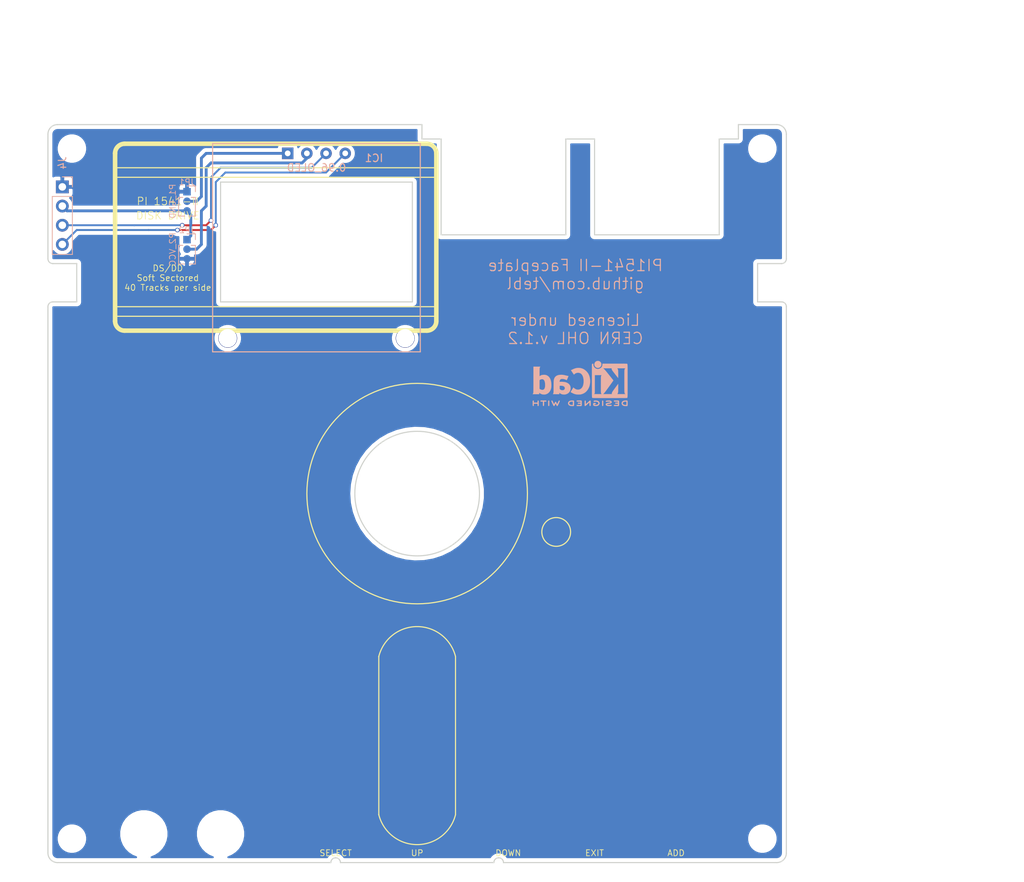
<source format=kicad_pcb>
(kicad_pcb (version 20171130) (host pcbnew "(5.1.5)-3")

  (general
    (thickness 1.6)
    (drawings 89)
    (tracks 41)
    (zones 0)
    (modules 9)
    (nets 7)
  )

  (page A4)
  (layers
    (0 F.Cu signal)
    (31 B.Cu signal)
    (32 B.Adhes user)
    (33 F.Adhes user)
    (34 B.Paste user)
    (35 F.Paste user)
    (36 B.SilkS user)
    (37 F.SilkS user)
    (38 B.Mask user)
    (39 F.Mask user)
    (40 Dwgs.User user)
    (41 Cmts.User user)
    (42 Eco1.User user)
    (43 Eco2.User user)
    (44 Edge.Cuts user)
    (45 Margin user)
    (46 B.CrtYd user)
    (47 F.CrtYd user)
    (48 B.Fab user)
    (49 F.Fab user)
  )

  (setup
    (last_trace_width 0.25)
    (user_trace_width 0.381)
    (trace_clearance 0.2)
    (zone_clearance 0.508)
    (zone_45_only no)
    (trace_min 0.2)
    (via_size 0.6)
    (via_drill 0.4)
    (via_min_size 0.4)
    (via_min_drill 0.3)
    (user_via 1 0.4)
    (uvia_size 0.3)
    (uvia_drill 0.1)
    (uvias_allowed no)
    (uvia_min_size 0.2)
    (uvia_min_drill 0.1)
    (edge_width 0.15)
    (segment_width 0.2)
    (pcb_text_width 0.3)
    (pcb_text_size 1.5 1.5)
    (mod_edge_width 0.15)
    (mod_text_size 1 1)
    (mod_text_width 0.15)
    (pad_size 1.524 1.524)
    (pad_drill 0.762)
    (pad_to_mask_clearance 0.2)
    (aux_axis_origin 0 0)
    (visible_elements 7FFFFFFF)
    (pcbplotparams
      (layerselection 0x011fc_ffffffff)
      (usegerberextensions true)
      (usegerberattributes false)
      (usegerberadvancedattributes false)
      (creategerberjobfile false)
      (excludeedgelayer true)
      (linewidth 0.100000)
      (plotframeref false)
      (viasonmask false)
      (mode 1)
      (useauxorigin false)
      (hpglpennumber 1)
      (hpglpenspeed 20)
      (hpglpendiameter 15.000000)
      (psnegative false)
      (psa4output false)
      (plotreference true)
      (plotvalue true)
      (plotinvisibletext false)
      (padsonsilk false)
      (subtractmaskfromsilk false)
      (outputformat 1)
      (mirror false)
      (drillshape 0)
      (scaleselection 1)
      (outputdirectory "export/"))
  )

  (net 0 "")
  (net 1 GND)
  (net 2 +3V3)
  (net 3 "Net-(IC1-Pad2)")
  (net 4 I2C_SCL)
  (net 5 I2C_SDA)
  (net 6 "Net-(IC1-Pad1)")

  (net_class Default "This is the default net class."
    (clearance 0.2)
    (trace_width 0.25)
    (via_dia 0.6)
    (via_drill 0.4)
    (uvia_dia 0.3)
    (uvia_drill 0.1)
    (add_net +3V3)
    (add_net GND)
    (add_net I2C_SCL)
    (add_net I2C_SDA)
    (add_net "Net-(IC1-Pad1)")
    (add_net "Net-(IC1-Pad2)")
  )

  (net_class Power ""
    (clearance 0.381)
    (trace_width 0.381)
    (via_dia 1)
    (via_drill 0.4)
    (uvia_dia 0.3)
    (uvia_drill 0.1)
  )

  (module i2c_oled:0.96_I2C_OLED2 locked (layer F.Cu) (tedit 5EE916A7) (tstamp 5EE91A8B)
    (at 107.95 58.42)
    (descr "Through hole straight pin header, 1x04, 2.54mm pitch, single row")
    (tags "Through hole pin header THT 1x04 2.54mm single row")
    (path /5E3B718A)
    (fp_text reference IC1 (at 7.62 0.635) (layer B.SilkS)
      (effects (font (size 1 1) (thickness 0.15)) (justify mirror))
    )
    (fp_text value 0.96_OLED (at 0 1.905) (layer B.SilkS)
      (effects (font (size 1 1) (thickness 0.15)) (justify mirror))
    )
    (fp_text user %R (at 7.62 0.635 180) (layer F.Fab)
      (effects (font (size 1 1) (thickness 0.15)))
    )
    (fp_line (start -13.5 2.7) (end -13.5 22.5) (layer Dwgs.User) (width 0.15))
    (fp_line (start 13.5 2.7) (end -13.5 2.7) (layer Dwgs.User) (width 0.15))
    (fp_line (start 13.5 22.5) (end 13.5 2.7) (layer Dwgs.User) (width 0.15))
    (fp_line (start -13.5 22.5) (end 13.5 22.5) (layer Dwgs.User) (width 0.15))
    (fp_line (start -13.75 -1.3) (end 13.75 -1.3) (layer B.SilkS) (width 0.15))
    (fp_line (start -13.75 -1.3) (end -13.75 26.3) (layer B.SilkS) (width 0.15))
    (fp_line (start -13.75 26.3) (end 13.75 26.3) (layer B.SilkS) (width 0.15))
    (fp_line (start 13.75 26.3) (end 13.75 -1.3) (layer B.SilkS) (width 0.15))
    (fp_line (start -7.4 26.3) (end -7.4 22.5) (layer Dwgs.User) (width 0.15))
    (fp_line (start 7.4 22.5) (end 7.4 26.3) (layer Dwgs.User) (width 0.15))
    (pad 4 thru_hole circle (at 3.81 0) (size 1.524 1.524) (drill 0.762) (layers *.Cu *.Mask)
      (net 5 I2C_SDA))
    (pad 3 thru_hole circle (at 1.27 0) (size 1.524 1.524) (drill 0.762) (layers *.Cu *.Mask)
      (net 4 I2C_SCL))
    (pad 2 thru_hole circle (at -1.27 0) (size 1.524 1.524) (drill 0.762) (layers *.Cu *.Mask)
      (net 3 "Net-(IC1-Pad2)"))
    (pad 1 thru_hole rect (at -3.81 0) (size 1.524 1.524) (drill 0.762) (layers *.Cu *.Mask)
      (net 6 "Net-(IC1-Pad1)"))
    (pad "" np_thru_hole circle (at -11.75 24.5) (size 2.5 2.5) (drill 2.4) (layers *.Cu *.Mask))
    (pad "" np_thru_hole circle (at 11.75 24.5) (size 2.5 2.5) (drill 2.4) (layers *.Cu *.Mask))
  )

  (module Symbols:KiCad-Logo2_6mm_SilkScreen locked (layer B.Cu) (tedit 0) (tstamp 5EE53D9C)
    (at 142.875 88.9 180)
    (descr "KiCad Logo")
    (tags "Logo KiCad")
    (attr virtual)
    (fp_text reference REF*** (at 0 0) (layer B.SilkS) hide
      (effects (font (size 1 1) (thickness 0.15)) (justify mirror))
    )
    (fp_text value KiCad-Logo2_6mm_SilkScreen (at 0.75 0) (layer B.Fab) hide
      (effects (font (size 1 1) (thickness 0.15)) (justify mirror))
    )
    (fp_poly (pts (xy -2.273043 2.973429) (xy -2.176768 2.949191) (xy -2.090184 2.906359) (xy -2.015373 2.846581)
      (xy -1.954418 2.771506) (xy -1.909399 2.68278) (xy -1.883136 2.58647) (xy -1.877286 2.489205)
      (xy -1.89214 2.395346) (xy -1.92584 2.307489) (xy -1.976528 2.22823) (xy -2.042345 2.160164)
      (xy -2.121434 2.105888) (xy -2.211934 2.067998) (xy -2.2632 2.055574) (xy -2.307698 2.048053)
      (xy -2.341999 2.045081) (xy -2.37496 2.046906) (xy -2.415434 2.053775) (xy -2.448531 2.06075)
      (xy -2.541947 2.092259) (xy -2.625619 2.143383) (xy -2.697665 2.212571) (xy -2.7562 2.298272)
      (xy -2.770148 2.325511) (xy -2.786586 2.361878) (xy -2.796894 2.392418) (xy -2.80246 2.42455)
      (xy -2.804669 2.465693) (xy -2.804948 2.511778) (xy -2.800861 2.596135) (xy -2.787446 2.665414)
      (xy -2.762256 2.726039) (xy -2.722846 2.784433) (xy -2.684298 2.828698) (xy -2.612406 2.894516)
      (xy -2.537313 2.939947) (xy -2.454562 2.96715) (xy -2.376928 2.977424) (xy -2.273043 2.973429)) (layer B.SilkS) (width 0.01))
    (fp_poly (pts (xy 6.186507 0.527755) (xy 6.186526 0.293338) (xy 6.186552 0.080397) (xy 6.186625 -0.112168)
      (xy 6.186782 -0.285459) (xy 6.187064 -0.440576) (xy 6.187509 -0.57862) (xy 6.188156 -0.700692)
      (xy 6.189045 -0.807894) (xy 6.190213 -0.901326) (xy 6.191701 -0.98209) (xy 6.193546 -1.051286)
      (xy 6.195789 -1.110015) (xy 6.198469 -1.159379) (xy 6.201623 -1.200478) (xy 6.205292 -1.234413)
      (xy 6.209513 -1.262286) (xy 6.214327 -1.285198) (xy 6.219773 -1.304249) (xy 6.225888 -1.32054)
      (xy 6.232712 -1.335173) (xy 6.240285 -1.349249) (xy 6.248645 -1.363868) (xy 6.253839 -1.372974)
      (xy 6.288104 -1.433689) (xy 5.429955 -1.433689) (xy 5.429955 -1.337733) (xy 5.429224 -1.29437)
      (xy 5.427272 -1.261205) (xy 5.424463 -1.243424) (xy 5.423221 -1.241778) (xy 5.411799 -1.248662)
      (xy 5.389084 -1.266505) (xy 5.366385 -1.285879) (xy 5.3118 -1.326614) (xy 5.242321 -1.367617)
      (xy 5.16527 -1.405123) (xy 5.087965 -1.435364) (xy 5.057113 -1.445012) (xy 4.988616 -1.459578)
      (xy 4.905764 -1.469539) (xy 4.816371 -1.474583) (xy 4.728248 -1.474396) (xy 4.649207 -1.468666)
      (xy 4.611511 -1.462858) (xy 4.473414 -1.424797) (xy 4.346113 -1.367073) (xy 4.230292 -1.290211)
      (xy 4.126637 -1.194739) (xy 4.035833 -1.081179) (xy 3.969031 -0.970381) (xy 3.914164 -0.853625)
      (xy 3.872163 -0.734276) (xy 3.842167 -0.608283) (xy 3.823311 -0.471594) (xy 3.814732 -0.320158)
      (xy 3.814006 -0.242711) (xy 3.8161 -0.185934) (xy 4.645217 -0.185934) (xy 4.645424 -0.279002)
      (xy 4.648337 -0.366692) (xy 4.654 -0.443772) (xy 4.662455 -0.505009) (xy 4.665038 -0.51735)
      (xy 4.69684 -0.624633) (xy 4.738498 -0.711658) (xy 4.790363 -0.778642) (xy 4.852781 -0.825805)
      (xy 4.9261 -0.853365) (xy 5.010669 -0.861541) (xy 5.106835 -0.850551) (xy 5.170311 -0.834829)
      (xy 5.219454 -0.816639) (xy 5.273583 -0.790791) (xy 5.314244 -0.767089) (xy 5.3848 -0.720721)
      (xy 5.3848 0.42947) (xy 5.317392 0.473038) (xy 5.238867 0.51396) (xy 5.154681 0.540611)
      (xy 5.069557 0.552535) (xy 4.988216 0.549278) (xy 4.91538 0.530385) (xy 4.883426 0.514816)
      (xy 4.825501 0.471819) (xy 4.776544 0.415047) (xy 4.73539 0.342425) (xy 4.700874 0.251879)
      (xy 4.671833 0.141334) (xy 4.670552 0.135467) (xy 4.660381 0.073212) (xy 4.652739 -0.004594)
      (xy 4.64767 -0.09272) (xy 4.645217 -0.185934) (xy 3.8161 -0.185934) (xy 3.821857 -0.029895)
      (xy 3.843802 0.165941) (xy 3.879786 0.344668) (xy 3.929759 0.506155) (xy 3.993668 0.650274)
      (xy 4.071462 0.776894) (xy 4.163089 0.885885) (xy 4.268497 0.977117) (xy 4.313662 1.008068)
      (xy 4.414611 1.064215) (xy 4.517901 1.103826) (xy 4.627989 1.127986) (xy 4.74933 1.137781)
      (xy 4.841836 1.136735) (xy 4.97149 1.125769) (xy 5.084084 1.103954) (xy 5.182875 1.070286)
      (xy 5.271121 1.023764) (xy 5.319986 0.989552) (xy 5.349353 0.967638) (xy 5.371043 0.952667)
      (xy 5.379253 0.948267) (xy 5.380868 0.959096) (xy 5.382159 0.989749) (xy 5.383138 1.037474)
      (xy 5.383817 1.099521) (xy 5.38421 1.173138) (xy 5.38433 1.255573) (xy 5.384188 1.344075)
      (xy 5.383797 1.435893) (xy 5.383171 1.528276) (xy 5.38232 1.618472) (xy 5.38126 1.703729)
      (xy 5.380001 1.781297) (xy 5.378556 1.848424) (xy 5.376938 1.902359) (xy 5.375161 1.94035)
      (xy 5.374669 1.947333) (xy 5.367092 2.017749) (xy 5.355531 2.072898) (xy 5.337792 2.120019)
      (xy 5.311682 2.166353) (xy 5.305415 2.175933) (xy 5.280983 2.212622) (xy 6.186311 2.212622)
      (xy 6.186507 0.527755)) (layer B.SilkS) (width 0.01))
    (fp_poly (pts (xy 2.673574 1.133448) (xy 2.825492 1.113433) (xy 2.960756 1.079798) (xy 3.080239 1.032275)
      (xy 3.184815 0.970595) (xy 3.262424 0.907035) (xy 3.331265 0.832901) (xy 3.385006 0.753129)
      (xy 3.42791 0.660909) (xy 3.443384 0.617839) (xy 3.456244 0.578858) (xy 3.467446 0.542711)
      (xy 3.47712 0.507566) (xy 3.485396 0.47159) (xy 3.492403 0.43295) (xy 3.498272 0.389815)
      (xy 3.503131 0.340351) (xy 3.50711 0.282727) (xy 3.51034 0.215109) (xy 3.512949 0.135666)
      (xy 3.515067 0.042564) (xy 3.516824 -0.066027) (xy 3.518349 -0.191942) (xy 3.519772 -0.337012)
      (xy 3.521025 -0.479778) (xy 3.522351 -0.635968) (xy 3.523556 -0.771239) (xy 3.524766 -0.887246)
      (xy 3.526106 -0.985645) (xy 3.5277 -1.068093) (xy 3.529675 -1.136246) (xy 3.532156 -1.19176)
      (xy 3.535269 -1.236292) (xy 3.539138 -1.271498) (xy 3.543889 -1.299034) (xy 3.549648 -1.320556)
      (xy 3.556539 -1.337722) (xy 3.564689 -1.352186) (xy 3.574223 -1.365606) (xy 3.585266 -1.379638)
      (xy 3.589566 -1.385071) (xy 3.605386 -1.40791) (xy 3.612422 -1.423463) (xy 3.612444 -1.423922)
      (xy 3.601567 -1.426121) (xy 3.570582 -1.428147) (xy 3.521957 -1.429942) (xy 3.458163 -1.431451)
      (xy 3.381669 -1.432616) (xy 3.294944 -1.43338) (xy 3.200457 -1.433686) (xy 3.18955 -1.433689)
      (xy 2.766657 -1.433689) (xy 2.763395 -1.337622) (xy 2.760133 -1.241556) (xy 2.698044 -1.292543)
      (xy 2.600714 -1.360057) (xy 2.490813 -1.414749) (xy 2.404349 -1.444978) (xy 2.335278 -1.459666)
      (xy 2.251925 -1.469659) (xy 2.162159 -1.474646) (xy 2.073845 -1.474313) (xy 1.994851 -1.468351)
      (xy 1.958622 -1.462638) (xy 1.818603 -1.424776) (xy 1.692178 -1.369932) (xy 1.58026 -1.298924)
      (xy 1.483762 -1.212568) (xy 1.4036 -1.111679) (xy 1.340687 -0.997076) (xy 1.296312 -0.870984)
      (xy 1.283978 -0.814401) (xy 1.276368 -0.752202) (xy 1.272739 -0.677363) (xy 1.272245 -0.643467)
      (xy 1.27231 -0.640282) (xy 2.032248 -0.640282) (xy 2.041541 -0.715333) (xy 2.069728 -0.77916)
      (xy 2.118197 -0.834798) (xy 2.123254 -0.839211) (xy 2.171548 -0.874037) (xy 2.223257 -0.89662)
      (xy 2.283989 -0.90854) (xy 2.359352 -0.911383) (xy 2.377459 -0.910978) (xy 2.431278 -0.908325)
      (xy 2.471308 -0.902909) (xy 2.506324 -0.892745) (xy 2.545103 -0.87585) (xy 2.555745 -0.870672)
      (xy 2.616396 -0.834844) (xy 2.663215 -0.792212) (xy 2.675952 -0.776973) (xy 2.720622 -0.720462)
      (xy 2.720622 -0.524586) (xy 2.720086 -0.445939) (xy 2.718396 -0.387988) (xy 2.715428 -0.348875)
      (xy 2.711057 -0.326741) (xy 2.706972 -0.320274) (xy 2.691047 -0.317111) (xy 2.657264 -0.314488)
      (xy 2.61034 -0.312655) (xy 2.554993 -0.311857) (xy 2.546106 -0.311842) (xy 2.42533 -0.317096)
      (xy 2.32266 -0.333263) (xy 2.236106 -0.360961) (xy 2.163681 -0.400808) (xy 2.108751 -0.447758)
      (xy 2.064204 -0.505645) (xy 2.03948 -0.568693) (xy 2.032248 -0.640282) (xy 1.27231 -0.640282)
      (xy 1.274178 -0.549712) (xy 1.282522 -0.470812) (xy 1.298768 -0.39959) (xy 1.324405 -0.328864)
      (xy 1.348401 -0.276493) (xy 1.40702 -0.181196) (xy 1.485117 -0.09317) (xy 1.580315 -0.014017)
      (xy 1.690238 0.05466) (xy 1.81251 0.111259) (xy 1.944755 0.154179) (xy 2.009422 0.169118)
      (xy 2.145604 0.191223) (xy 2.294049 0.205806) (xy 2.445505 0.212187) (xy 2.572064 0.210555)
      (xy 2.73395 0.203776) (xy 2.72653 0.262755) (xy 2.707238 0.361908) (xy 2.676104 0.442628)
      (xy 2.632269 0.505534) (xy 2.574871 0.551244) (xy 2.503048 0.580378) (xy 2.415941 0.593553)
      (xy 2.312686 0.591389) (xy 2.274711 0.587388) (xy 2.13352 0.56222) (xy 1.996707 0.521186)
      (xy 1.902178 0.483185) (xy 1.857018 0.46381) (xy 1.818585 0.44824) (xy 1.792234 0.438595)
      (xy 1.784546 0.436548) (xy 1.774802 0.445626) (xy 1.758083 0.474595) (xy 1.734232 0.523783)
      (xy 1.703093 0.593516) (xy 1.664507 0.684121) (xy 1.65791 0.699911) (xy 1.627853 0.772228)
      (xy 1.600874 0.837575) (xy 1.578136 0.893094) (xy 1.560806 0.935928) (xy 1.550048 0.963219)
      (xy 1.546941 0.972058) (xy 1.55694 0.976813) (xy 1.583217 0.98209) (xy 1.611489 0.985769)
      (xy 1.641646 0.990526) (xy 1.689433 0.999972) (xy 1.750612 1.01318) (xy 1.820946 1.029224)
      (xy 1.896194 1.04718) (xy 1.924755 1.054203) (xy 2.029816 1.079791) (xy 2.11748 1.099853)
      (xy 2.192068 1.115031) (xy 2.257903 1.125965) (xy 2.319307 1.133296) (xy 2.380602 1.137665)
      (xy 2.44611 1.139713) (xy 2.504128 1.140111) (xy 2.673574 1.133448)) (layer B.SilkS) (width 0.01))
    (fp_poly (pts (xy 0.328429 2.050929) (xy 0.48857 2.029755) (xy 0.65251 1.989615) (xy 0.822313 1.930111)
      (xy 1.000043 1.850846) (xy 1.01131 1.845301) (xy 1.069005 1.817275) (xy 1.120552 1.793198)
      (xy 1.162191 1.774751) (xy 1.190162 1.763614) (xy 1.199733 1.761067) (xy 1.21895 1.756059)
      (xy 1.223561 1.751853) (xy 1.218458 1.74142) (xy 1.202418 1.715132) (xy 1.177288 1.675743)
      (xy 1.144914 1.626009) (xy 1.107143 1.568685) (xy 1.065822 1.506524) (xy 1.022798 1.442282)
      (xy 0.979917 1.378715) (xy 0.939026 1.318575) (xy 0.901971 1.26462) (xy 0.8706 1.219603)
      (xy 0.846759 1.186279) (xy 0.832294 1.167403) (xy 0.830309 1.165213) (xy 0.820191 1.169862)
      (xy 0.79785 1.187038) (xy 0.76728 1.21356) (xy 0.751536 1.228036) (xy 0.655047 1.303318)
      (xy 0.548336 1.358759) (xy 0.432832 1.393859) (xy 0.309962 1.40812) (xy 0.240561 1.406949)
      (xy 0.119423 1.389788) (xy 0.010205 1.353906) (xy -0.087418 1.299041) (xy -0.173772 1.22493)
      (xy -0.249185 1.131312) (xy -0.313982 1.017924) (xy -0.351399 0.931333) (xy -0.395252 0.795634)
      (xy -0.427572 0.64815) (xy -0.448443 0.492686) (xy -0.457949 0.333044) (xy -0.456173 0.173027)
      (xy -0.443197 0.016439) (xy -0.419106 -0.132918) (xy -0.383982 -0.27124) (xy -0.337908 -0.394724)
      (xy -0.321627 -0.428978) (xy -0.25338 -0.543064) (xy -0.172921 -0.639557) (xy -0.08143 -0.71767)
      (xy 0.019911 -0.776617) (xy 0.12992 -0.815612) (xy 0.247415 -0.833868) (xy 0.288883 -0.835211)
      (xy 0.410441 -0.82429) (xy 0.530878 -0.791474) (xy 0.648666 -0.737439) (xy 0.762277 -0.662865)
      (xy 0.853685 -0.584539) (xy 0.900215 -0.540008) (xy 1.081483 -0.837271) (xy 1.12658 -0.911433)
      (xy 1.167819 -0.979646) (xy 1.203735 -1.039459) (xy 1.232866 -1.08842) (xy 1.25375 -1.124079)
      (xy 1.264924 -1.143984) (xy 1.266375 -1.147079) (xy 1.258146 -1.156718) (xy 1.232567 -1.173999)
      (xy 1.192873 -1.197283) (xy 1.142297 -1.224934) (xy 1.084074 -1.255315) (xy 1.021437 -1.28679)
      (xy 0.957621 -1.317722) (xy 0.89586 -1.346473) (xy 0.839388 -1.371408) (xy 0.791438 -1.390889)
      (xy 0.767986 -1.399318) (xy 0.634221 -1.437133) (xy 0.496327 -1.462136) (xy 0.348622 -1.47514)
      (xy 0.221833 -1.477468) (xy 0.153878 -1.476373) (xy 0.088277 -1.474275) (xy 0.030847 -1.471434)
      (xy -0.012597 -1.468106) (xy -0.026702 -1.466422) (xy -0.165716 -1.437587) (xy -0.307243 -1.392468)
      (xy -0.444725 -1.33375) (xy -0.571606 -1.26412) (xy -0.649111 -1.211441) (xy -0.776519 -1.103239)
      (xy -0.894822 -0.976671) (xy -1.001828 -0.834866) (xy -1.095348 -0.680951) (xy -1.17319 -0.518053)
      (xy -1.217044 -0.400756) (xy -1.267292 -0.217128) (xy -1.300791 -0.022581) (xy -1.317551 0.178675)
      (xy -1.317584 0.382432) (xy -1.300899 0.584479) (xy -1.267507 0.780608) (xy -1.21742 0.966609)
      (xy -1.213603 0.978197) (xy -1.150719 1.14025) (xy -1.073972 1.288168) (xy -0.980758 1.426135)
      (xy -0.868473 1.558339) (xy -0.824608 1.603601) (xy -0.688466 1.727543) (xy -0.548509 1.830085)
      (xy -0.402589 1.912344) (xy -0.248558 1.975436) (xy -0.084268 2.020477) (xy 0.011289 2.037967)
      (xy 0.170023 2.053534) (xy 0.328429 2.050929)) (layer B.SilkS) (width 0.01))
    (fp_poly (pts (xy -2.9464 2.510946) (xy -2.935535 2.397007) (xy -2.903918 2.289384) (xy -2.853015 2.190385)
      (xy -2.784293 2.102316) (xy -2.699219 2.027484) (xy -2.602232 1.969616) (xy -2.495964 1.929995)
      (xy -2.38895 1.911427) (xy -2.2833 1.912566) (xy -2.181125 1.93207) (xy -2.084534 1.968594)
      (xy -1.995638 2.020795) (xy -1.916546 2.087327) (xy -1.849369 2.166848) (xy -1.796217 2.258013)
      (xy -1.759199 2.359477) (xy -1.740427 2.469898) (xy -1.738489 2.519794) (xy -1.738489 2.607733)
      (xy -1.68656 2.607733) (xy -1.650253 2.604889) (xy -1.623355 2.593089) (xy -1.596249 2.569351)
      (xy -1.557867 2.530969) (xy -1.557867 0.339398) (xy -1.557876 0.077261) (xy -1.557908 -0.163241)
      (xy -1.557972 -0.383048) (xy -1.558076 -0.583101) (xy -1.558227 -0.764344) (xy -1.558434 -0.927716)
      (xy -1.558706 -1.07416) (xy -1.55905 -1.204617) (xy -1.559474 -1.320029) (xy -1.559987 -1.421338)
      (xy -1.560597 -1.509484) (xy -1.561312 -1.58541) (xy -1.56214 -1.650057) (xy -1.563089 -1.704367)
      (xy -1.564167 -1.74928) (xy -1.565383 -1.78574) (xy -1.566745 -1.814687) (xy -1.568261 -1.837063)
      (xy -1.569938 -1.853809) (xy -1.571786 -1.865868) (xy -1.573813 -1.87418) (xy -1.576025 -1.879687)
      (xy -1.577108 -1.881537) (xy -1.581271 -1.888549) (xy -1.584805 -1.894996) (xy -1.588635 -1.9009)
      (xy -1.593682 -1.906286) (xy -1.600871 -1.911178) (xy -1.611123 -1.915598) (xy -1.625364 -1.919572)
      (xy -1.644514 -1.923121) (xy -1.669499 -1.92627) (xy -1.70124 -1.929042) (xy -1.740662 -1.931461)
      (xy -1.788686 -1.933551) (xy -1.846237 -1.935335) (xy -1.914237 -1.936837) (xy -1.99361 -1.93808)
      (xy -2.085279 -1.939089) (xy -2.190166 -1.939885) (xy -2.309196 -1.940494) (xy -2.44329 -1.940939)
      (xy -2.593373 -1.941243) (xy -2.760367 -1.94143) (xy -2.945196 -1.941524) (xy -3.148783 -1.941548)
      (xy -3.37205 -1.941525) (xy -3.615922 -1.94148) (xy -3.881321 -1.941437) (xy -3.919704 -1.941432)
      (xy -4.186682 -1.941389) (xy -4.432002 -1.941318) (xy -4.656583 -1.941213) (xy -4.861345 -1.941066)
      (xy -5.047206 -1.940869) (xy -5.215088 -1.940616) (xy -5.365908 -1.9403) (xy -5.500587 -1.939913)
      (xy -5.620044 -1.939447) (xy -5.725199 -1.938897) (xy -5.816971 -1.938253) (xy -5.896279 -1.937511)
      (xy -5.964043 -1.936661) (xy -6.021182 -1.935697) (xy -6.068617 -1.934611) (xy -6.107266 -1.933397)
      (xy -6.138049 -1.932047) (xy -6.161885 -1.930555) (xy -6.179694 -1.928911) (xy -6.192395 -1.927111)
      (xy -6.200908 -1.925145) (xy -6.205266 -1.923477) (xy -6.213728 -1.919906) (xy -6.221497 -1.91727)
      (xy -6.228602 -1.914634) (xy -6.235073 -1.911062) (xy -6.240939 -1.905621) (xy -6.246229 -1.897375)
      (xy -6.250974 -1.88539) (xy -6.255202 -1.868731) (xy -6.258943 -1.846463) (xy -6.262227 -1.817652)
      (xy -6.265083 -1.781363) (xy -6.26754 -1.736661) (xy -6.269629 -1.682611) (xy -6.271378 -1.618279)
      (xy -6.272817 -1.54273) (xy -6.273976 -1.45503) (xy -6.274883 -1.354243) (xy -6.275569 -1.239434)
      (xy -6.276063 -1.10967) (xy -6.276395 -0.964015) (xy -6.276593 -0.801535) (xy -6.276687 -0.621295)
      (xy -6.276708 -0.42236) (xy -6.276685 -0.203796) (xy -6.276646 0.035332) (xy -6.276622 0.29596)
      (xy -6.276622 0.338111) (xy -6.276636 0.601008) (xy -6.276661 0.842268) (xy -6.276671 1.062835)
      (xy -6.276642 1.263648) (xy -6.276548 1.445651) (xy -6.276362 1.609784) (xy -6.276059 1.756989)
      (xy -6.275614 1.888208) (xy -6.275034 1.998133) (xy -5.972197 1.998133) (xy -5.932407 1.940289)
      (xy -5.921236 1.924521) (xy -5.911166 1.910559) (xy -5.902138 1.897216) (xy -5.894097 1.883307)
      (xy -5.886986 1.867644) (xy -5.880747 1.849042) (xy -5.875325 1.826314) (xy -5.870662 1.798273)
      (xy -5.866701 1.763733) (xy -5.863385 1.721508) (xy -5.860659 1.670411) (xy -5.858464 1.609256)
      (xy -5.856745 1.536856) (xy -5.855444 1.452025) (xy -5.854505 1.353578) (xy -5.85387 1.240326)
      (xy -5.853484 1.111084) (xy -5.853288 0.964666) (xy -5.853227 0.799884) (xy -5.853243 0.615553)
      (xy -5.85328 0.410487) (xy -5.853289 0.287867) (xy -5.853265 0.070918) (xy -5.853231 -0.124642)
      (xy -5.853243 -0.299999) (xy -5.853358 -0.456341) (xy -5.85363 -0.594857) (xy -5.854118 -0.716734)
      (xy -5.854876 -0.82316) (xy -5.855962 -0.915322) (xy -5.857431 -0.994409) (xy -5.85934 -1.061608)
      (xy -5.861744 -1.118107) (xy -5.864701 -1.165093) (xy -5.868266 -1.203755) (xy -5.872495 -1.23528)
      (xy -5.877446 -1.260855) (xy -5.883173 -1.28167) (xy -5.889733 -1.298911) (xy -5.897183 -1.313765)
      (xy -5.905579 -1.327422) (xy -5.914976 -1.341069) (xy -5.925432 -1.355893) (xy -5.931523 -1.364783)
      (xy -5.970296 -1.4224) (xy -5.438732 -1.4224) (xy -5.315483 -1.422365) (xy -5.212987 -1.422215)
      (xy -5.12942 -1.421878) (xy -5.062956 -1.421286) (xy -5.011771 -1.420367) (xy -4.974041 -1.419051)
      (xy -4.94794 -1.417269) (xy -4.931644 -1.414951) (xy -4.923328 -1.412026) (xy -4.921168 -1.408424)
      (xy -4.923339 -1.404075) (xy -4.924535 -1.402645) (xy -4.949685 -1.365573) (xy -4.975583 -1.312772)
      (xy -4.999192 -1.25077) (xy -5.007461 -1.224357) (xy -5.012078 -1.206416) (xy -5.015979 -1.185355)
      (xy -5.019248 -1.159089) (xy -5.021966 -1.125532) (xy -5.024215 -1.082599) (xy -5.026077 -1.028204)
      (xy -5.027636 -0.960262) (xy -5.028972 -0.876688) (xy -5.030169 -0.775395) (xy -5.031308 -0.6543)
      (xy -5.031685 -0.6096) (xy -5.032702 -0.484449) (xy -5.03346 -0.380082) (xy -5.033903 -0.294707)
      (xy -5.03397 -0.226533) (xy -5.033605 -0.173765) (xy -5.032748 -0.134614) (xy -5.031341 -0.107285)
      (xy -5.029325 -0.089986) (xy -5.026643 -0.080926) (xy -5.023236 -0.078312) (xy -5.019044 -0.080351)
      (xy -5.014571 -0.084667) (xy -5.004216 -0.097602) (xy -4.982158 -0.126676) (xy -4.949957 -0.169759)
      (xy -4.909174 -0.224718) (xy -4.86137 -0.289423) (xy -4.808105 -0.361742) (xy -4.75094 -0.439544)
      (xy -4.691437 -0.520698) (xy -4.631155 -0.603072) (xy -4.571655 -0.684536) (xy -4.514498 -0.762957)
      (xy -4.461245 -0.836204) (xy -4.413457 -0.902147) (xy -4.372693 -0.958654) (xy -4.340516 -1.003593)
      (xy -4.318485 -1.034834) (xy -4.313917 -1.041466) (xy -4.290996 -1.078369) (xy -4.264188 -1.126359)
      (xy -4.238789 -1.175897) (xy -4.235568 -1.182577) (xy -4.21389 -1.230772) (xy -4.201304 -1.268334)
      (xy -4.195574 -1.30416) (xy -4.194456 -1.3462) (xy -4.19509 -1.4224) (xy -3.040651 -1.4224)
      (xy -3.131815 -1.328669) (xy -3.178612 -1.278775) (xy -3.228899 -1.222295) (xy -3.274944 -1.168026)
      (xy -3.295369 -1.142673) (xy -3.325807 -1.103128) (xy -3.365862 -1.049916) (xy -3.414361 -0.984667)
      (xy -3.470135 -0.909011) (xy -3.532011 -0.824577) (xy -3.598819 -0.732994) (xy -3.669387 -0.635892)
      (xy -3.742545 -0.534901) (xy -3.817121 -0.43165) (xy -3.891944 -0.327768) (xy -3.965843 -0.224885)
      (xy -4.037646 -0.124631) (xy -4.106184 -0.028636) (xy -4.170284 0.061473) (xy -4.228775 0.144064)
      (xy -4.280486 0.217508) (xy -4.324247 0.280176) (xy -4.358885 0.330439) (xy -4.38323 0.366666)
      (xy -4.396111 0.387229) (xy -4.397869 0.391332) (xy -4.38991 0.402658) (xy -4.369115 0.429838)
      (xy -4.336847 0.471171) (xy -4.29447 0.524956) (xy -4.243347 0.589494) (xy -4.184841 0.663082)
      (xy -4.120314 0.744022) (xy -4.051131 0.830612) (xy -3.978653 0.921152) (xy -3.904246 1.01394)
      (xy -3.844517 1.088298) (xy -2.833511 1.088298) (xy -2.827602 1.075341) (xy -2.813272 1.053092)
      (xy -2.812225 1.051609) (xy -2.793438 1.021456) (xy -2.773791 0.984625) (xy -2.769892 0.976489)
      (xy -2.766356 0.96806) (xy -2.76323 0.957941) (xy -2.760486 0.94474) (xy -2.758092 0.927062)
      (xy -2.756019 0.903516) (xy -2.754235 0.872707) (xy -2.752712 0.833243) (xy -2.751419 0.783731)
      (xy -2.750326 0.722777) (xy -2.749403 0.648989) (xy -2.748619 0.560972) (xy -2.747945 0.457335)
      (xy -2.74735 0.336684) (xy -2.746805 0.197626) (xy -2.746279 0.038768) (xy -2.745745 -0.140089)
      (xy -2.745206 -0.325207) (xy -2.744772 -0.489145) (xy -2.744509 -0.633303) (xy -2.744484 -0.759079)
      (xy -2.744765 -0.867871) (xy -2.745419 -0.961077) (xy -2.746514 -1.040097) (xy -2.748118 -1.106328)
      (xy -2.750297 -1.16117) (xy -2.753119 -1.206021) (xy -2.756651 -1.242278) (xy -2.760961 -1.271341)
      (xy -2.766117 -1.294609) (xy -2.772185 -1.313479) (xy -2.779233 -1.329351) (xy -2.787329 -1.343622)
      (xy -2.79654 -1.357691) (xy -2.80504 -1.370158) (xy -2.822176 -1.396452) (xy -2.832322 -1.414037)
      (xy -2.833511 -1.417257) (xy -2.822604 -1.418334) (xy -2.791411 -1.419335) (xy -2.742223 -1.420235)
      (xy -2.677333 -1.42101) (xy -2.59903 -1.421637) (xy -2.509607 -1.422091) (xy -2.411356 -1.422349)
      (xy -2.342445 -1.4224) (xy -2.237452 -1.42218) (xy -2.14061 -1.421548) (xy -2.054107 -1.420549)
      (xy -1.980132 -1.419227) (xy -1.920874 -1.417626) (xy -1.87852 -1.415791) (xy -1.85526 -1.413765)
      (xy -1.851378 -1.412493) (xy -1.859076 -1.397591) (xy -1.867074 -1.38956) (xy -1.880246 -1.372434)
      (xy -1.897485 -1.342183) (xy -1.909407 -1.317622) (xy -1.936045 -1.258711) (xy -1.93912 -0.081845)
      (xy -1.942195 1.095022) (xy -2.387853 1.095022) (xy -2.48567 1.094858) (xy -2.576064 1.094389)
      (xy -2.65663 1.093653) (xy -2.724962 1.092684) (xy -2.778656 1.09152) (xy -2.815305 1.090197)
      (xy -2.832504 1.088751) (xy -2.833511 1.088298) (xy -3.844517 1.088298) (xy -3.82927 1.107278)
      (xy -3.75509 1.199463) (xy -3.683069 1.288796) (xy -3.614569 1.373576) (xy -3.550955 1.452102)
      (xy -3.493588 1.522674) (xy -3.443833 1.583591) (xy -3.403052 1.633153) (xy -3.385888 1.653822)
      (xy -3.299596 1.754484) (xy -3.222997 1.837741) (xy -3.154183 1.905562) (xy -3.091248 1.959911)
      (xy -3.081867 1.967278) (xy -3.042356 1.997883) (xy -4.174116 1.998133) (xy -4.168827 1.950156)
      (xy -4.17213 1.892812) (xy -4.193661 1.824537) (xy -4.233635 1.744788) (xy -4.278943 1.672505)
      (xy -4.295161 1.64986) (xy -4.323214 1.612304) (xy -4.36143 1.561979) (xy -4.408137 1.501027)
      (xy -4.461661 1.431589) (xy -4.520331 1.355806) (xy -4.582475 1.27582) (xy -4.646421 1.193772)
      (xy -4.710495 1.111804) (xy -4.773027 1.032057) (xy -4.832343 0.956673) (xy -4.886771 0.887793)
      (xy -4.934639 0.827558) (xy -4.974275 0.778111) (xy -5.004006 0.741592) (xy -5.022161 0.720142)
      (xy -5.02522 0.716844) (xy -5.028079 0.724851) (xy -5.030293 0.755145) (xy -5.031857 0.807444)
      (xy -5.032767 0.881469) (xy -5.03302 0.976937) (xy -5.032613 1.093566) (xy -5.031704 1.213555)
      (xy -5.030382 1.345667) (xy -5.028857 1.457406) (xy -5.026881 1.550975) (xy -5.024206 1.628581)
      (xy -5.020582 1.692426) (xy -5.015761 1.744717) (xy -5.009494 1.787656) (xy -5.001532 1.823449)
      (xy -4.991627 1.8543) (xy -4.979531 1.882414) (xy -4.964993 1.909995) (xy -4.950311 1.935034)
      (xy -4.912314 1.998133) (xy -5.972197 1.998133) (xy -6.275034 1.998133) (xy -6.275001 2.004383)
      (xy -6.274195 2.106456) (xy -6.27317 2.195367) (xy -6.2719 2.272059) (xy -6.27036 2.337473)
      (xy -6.268524 2.392551) (xy -6.266367 2.438235) (xy -6.263863 2.475466) (xy -6.260987 2.505187)
      (xy -6.257713 2.528338) (xy -6.254015 2.545861) (xy -6.249869 2.558699) (xy -6.245247 2.567792)
      (xy -6.240126 2.574082) (xy -6.234478 2.578512) (xy -6.228279 2.582022) (xy -6.221504 2.585555)
      (xy -6.215508 2.589124) (xy -6.210275 2.5917) (xy -6.202099 2.594028) (xy -6.189886 2.596122)
      (xy -6.172541 2.597993) (xy -6.148969 2.599653) (xy -6.118077 2.601116) (xy -6.078768 2.602392)
      (xy -6.02995 2.603496) (xy -5.970527 2.604439) (xy -5.899404 2.605233) (xy -5.815488 2.605891)
      (xy -5.717683 2.606425) (xy -5.604894 2.606847) (xy -5.476029 2.607171) (xy -5.329991 2.607408)
      (xy -5.165686 2.60757) (xy -4.98202 2.60767) (xy -4.777897 2.60772) (xy -4.566753 2.607733)
      (xy -2.9464 2.607733) (xy -2.9464 2.510946)) (layer B.SilkS) (width 0.01))
    (fp_poly (pts (xy 6.228823 -2.274533) (xy 6.260202 -2.296776) (xy 6.287911 -2.324485) (xy 6.287911 -2.63392)
      (xy 6.287838 -2.725799) (xy 6.287495 -2.79784) (xy 6.286692 -2.85278) (xy 6.285241 -2.89336)
      (xy 6.282952 -2.922317) (xy 6.279636 -2.942391) (xy 6.275105 -2.956321) (xy 6.269169 -2.966845)
      (xy 6.264514 -2.9731) (xy 6.233783 -2.997673) (xy 6.198496 -3.000341) (xy 6.166245 -2.985271)
      (xy 6.155588 -2.976374) (xy 6.148464 -2.964557) (xy 6.144167 -2.945526) (xy 6.141991 -2.914992)
      (xy 6.141228 -2.868662) (xy 6.141155 -2.832871) (xy 6.141155 -2.698045) (xy 5.644444 -2.698045)
      (xy 5.644444 -2.8207) (xy 5.643931 -2.876787) (xy 5.641876 -2.915333) (xy 5.637508 -2.941361)
      (xy 5.630056 -2.959897) (xy 5.621047 -2.9731) (xy 5.590144 -2.997604) (xy 5.555196 -3.000506)
      (xy 5.521738 -2.983089) (xy 5.512604 -2.973959) (xy 5.506152 -2.961855) (xy 5.501897 -2.943001)
      (xy 5.499352 -2.91362) (xy 5.498029 -2.869937) (xy 5.497443 -2.808175) (xy 5.497375 -2.794)
      (xy 5.496891 -2.677631) (xy 5.496641 -2.581727) (xy 5.496723 -2.504177) (xy 5.497231 -2.442869)
      (xy 5.498262 -2.39569) (xy 5.499913 -2.36053) (xy 5.502279 -2.335276) (xy 5.505457 -2.317817)
      (xy 5.509544 -2.306041) (xy 5.514634 -2.297835) (xy 5.520266 -2.291645) (xy 5.552128 -2.271844)
      (xy 5.585357 -2.274533) (xy 5.616735 -2.296776) (xy 5.629433 -2.311126) (xy 5.637526 -2.326978)
      (xy 5.642042 -2.349554) (xy 5.644006 -2.384078) (xy 5.644444 -2.435776) (xy 5.644444 -2.551289)
      (xy 6.141155 -2.551289) (xy 6.141155 -2.432756) (xy 6.141662 -2.378148) (xy 6.143698 -2.341275)
      (xy 6.148035 -2.317307) (xy 6.155447 -2.301415) (xy 6.163733 -2.291645) (xy 6.195594 -2.271844)
      (xy 6.228823 -2.274533)) (layer B.SilkS) (width 0.01))
    (fp_poly (pts (xy 4.963065 -2.269163) (xy 5.041772 -2.269542) (xy 5.102863 -2.270333) (xy 5.148817 -2.27167)
      (xy 5.182114 -2.273683) (xy 5.205236 -2.276506) (xy 5.220662 -2.280269) (xy 5.230871 -2.285105)
      (xy 5.235813 -2.288822) (xy 5.261457 -2.321358) (xy 5.264559 -2.355138) (xy 5.248711 -2.385826)
      (xy 5.238348 -2.398089) (xy 5.227196 -2.40645) (xy 5.211035 -2.411657) (xy 5.185642 -2.414457)
      (xy 5.146798 -2.415596) (xy 5.09028 -2.415821) (xy 5.07918 -2.415822) (xy 4.933244 -2.415822)
      (xy 4.933244 -2.686756) (xy 4.933148 -2.772154) (xy 4.932711 -2.837864) (xy 4.931712 -2.886774)
      (xy 4.929928 -2.921773) (xy 4.927137 -2.945749) (xy 4.923117 -2.961593) (xy 4.917645 -2.972191)
      (xy 4.910666 -2.980267) (xy 4.877734 -3.000112) (xy 4.843354 -2.998548) (xy 4.812176 -2.975906)
      (xy 4.809886 -2.9731) (xy 4.802429 -2.962492) (xy 4.796747 -2.950081) (xy 4.792601 -2.93285)
      (xy 4.78975 -2.907784) (xy 4.787954 -2.871867) (xy 4.786972 -2.822083) (xy 4.786564 -2.755417)
      (xy 4.786489 -2.679589) (xy 4.786489 -2.415822) (xy 4.647127 -2.415822) (xy 4.587322 -2.415418)
      (xy 4.545918 -2.41384) (xy 4.518748 -2.410547) (xy 4.501646 -2.404992) (xy 4.490443 -2.396631)
      (xy 4.489083 -2.395178) (xy 4.472725 -2.361939) (xy 4.474172 -2.324362) (xy 4.492978 -2.291645)
      (xy 4.50025 -2.285298) (xy 4.509627 -2.280266) (xy 4.523609 -2.276396) (xy 4.544696 -2.273537)
      (xy 4.575389 -2.271535) (xy 4.618189 -2.270239) (xy 4.675595 -2.269498) (xy 4.75011 -2.269158)
      (xy 4.844233 -2.269068) (xy 4.86426 -2.269067) (xy 4.963065 -2.269163)) (layer B.SilkS) (width 0.01))
    (fp_poly (pts (xy 4.188614 -2.275877) (xy 4.212327 -2.290647) (xy 4.238978 -2.312227) (xy 4.238978 -2.633773)
      (xy 4.238893 -2.72783) (xy 4.238529 -2.801932) (xy 4.237724 -2.858704) (xy 4.236313 -2.900768)
      (xy 4.234133 -2.930748) (xy 4.231021 -2.951267) (xy 4.226814 -2.964949) (xy 4.221348 -2.974416)
      (xy 4.217472 -2.979082) (xy 4.186034 -2.999575) (xy 4.150233 -2.998739) (xy 4.118873 -2.981264)
      (xy 4.092222 -2.959684) (xy 4.092222 -2.312227) (xy 4.118873 -2.290647) (xy 4.144594 -2.274949)
      (xy 4.1656 -2.269067) (xy 4.188614 -2.275877)) (layer B.SilkS) (width 0.01))
    (fp_poly (pts (xy 3.744665 -2.271034) (xy 3.764255 -2.278035) (xy 3.76501 -2.278377) (xy 3.791613 -2.298678)
      (xy 3.80627 -2.319561) (xy 3.809138 -2.329352) (xy 3.808996 -2.342361) (xy 3.804961 -2.360895)
      (xy 3.796146 -2.387257) (xy 3.781669 -2.423752) (xy 3.760645 -2.472687) (xy 3.732188 -2.536365)
      (xy 3.695415 -2.617093) (xy 3.675175 -2.661216) (xy 3.638625 -2.739985) (xy 3.604315 -2.812423)
      (xy 3.573552 -2.87588) (xy 3.547648 -2.927708) (xy 3.52791 -2.965259) (xy 3.51565 -2.985884)
      (xy 3.513224 -2.988733) (xy 3.482183 -3.001302) (xy 3.447121 -2.999619) (xy 3.419 -2.984332)
      (xy 3.417854 -2.983089) (xy 3.406668 -2.966154) (xy 3.387904 -2.93317) (xy 3.363875 -2.88838)
      (xy 3.336897 -2.836032) (xy 3.327201 -2.816742) (xy 3.254014 -2.67015) (xy 3.17424 -2.829393)
      (xy 3.145767 -2.884415) (xy 3.11935 -2.932132) (xy 3.097148 -2.968893) (xy 3.081319 -2.991044)
      (xy 3.075954 -2.995741) (xy 3.034257 -3.002102) (xy 2.999849 -2.988733) (xy 2.989728 -2.974446)
      (xy 2.972214 -2.942692) (xy 2.948735 -2.896597) (xy 2.92072 -2.839285) (xy 2.889599 -2.77388)
      (xy 2.856799 -2.703507) (xy 2.82375 -2.631291) (xy 2.791881 -2.560355) (xy 2.762619 -2.493825)
      (xy 2.737395 -2.434826) (xy 2.717636 -2.386481) (xy 2.704772 -2.351915) (xy 2.700231 -2.334253)
      (xy 2.700277 -2.333613) (xy 2.711326 -2.311388) (xy 2.73341 -2.288753) (xy 2.73471 -2.287768)
      (xy 2.761853 -2.272425) (xy 2.786958 -2.272574) (xy 2.796368 -2.275466) (xy 2.807834 -2.281718)
      (xy 2.82001 -2.294014) (xy 2.834357 -2.314908) (xy 2.852336 -2.346949) (xy 2.875407 -2.392688)
      (xy 2.90503 -2.454677) (xy 2.931745 -2.511898) (xy 2.96248 -2.578226) (xy 2.990021 -2.637874)
      (xy 3.012938 -2.687725) (xy 3.029798 -2.724664) (xy 3.039173 -2.745573) (xy 3.04054 -2.748845)
      (xy 3.046689 -2.743497) (xy 3.060822 -2.721109) (xy 3.081057 -2.684946) (xy 3.105515 -2.638277)
      (xy 3.115248 -2.619022) (xy 3.148217 -2.554004) (xy 3.173643 -2.506654) (xy 3.193612 -2.474219)
      (xy 3.21021 -2.453946) (xy 3.225524 -2.443082) (xy 3.24164 -2.438875) (xy 3.252143 -2.4384)
      (xy 3.27067 -2.440042) (xy 3.286904 -2.446831) (xy 3.303035 -2.461566) (xy 3.321251 -2.487044)
      (xy 3.343739 -2.526061) (xy 3.372689 -2.581414) (xy 3.388662 -2.612903) (xy 3.41457 -2.663087)
      (xy 3.437167 -2.704704) (xy 3.454458 -2.734242) (xy 3.46445 -2.748189) (xy 3.465809 -2.74877)
      (xy 3.472261 -2.737793) (xy 3.486708 -2.70929) (xy 3.507703 -2.666244) (xy 3.533797 -2.611638)
      (xy 3.563546 -2.548454) (xy 3.57818 -2.517071) (xy 3.61625 -2.436078) (xy 3.646905 -2.373756)
      (xy 3.671737 -2.328071) (xy 3.692337 -2.296989) (xy 3.710298 -2.278478) (xy 3.72721 -2.270504)
      (xy 3.744665 -2.271034)) (layer B.SilkS) (width 0.01))
    (fp_poly (pts (xy 1.018309 -2.269275) (xy 1.147288 -2.273636) (xy 1.256991 -2.286861) (xy 1.349226 -2.309741)
      (xy 1.425802 -2.34307) (xy 1.488527 -2.387638) (xy 1.539212 -2.444236) (xy 1.579663 -2.513658)
      (xy 1.580459 -2.515351) (xy 1.604601 -2.577483) (xy 1.613203 -2.632509) (xy 1.606231 -2.687887)
      (xy 1.583654 -2.751073) (xy 1.579372 -2.760689) (xy 1.550172 -2.816966) (xy 1.517356 -2.860451)
      (xy 1.475002 -2.897417) (xy 1.41719 -2.934135) (xy 1.413831 -2.936052) (xy 1.363504 -2.960227)
      (xy 1.306621 -2.978282) (xy 1.239527 -2.990839) (xy 1.158565 -2.998522) (xy 1.060082 -3.001953)
      (xy 1.025286 -3.002251) (xy 0.859594 -3.002845) (xy 0.836197 -2.9731) (xy 0.829257 -2.963319)
      (xy 0.823842 -2.951897) (xy 0.819765 -2.936095) (xy 0.816837 -2.913175) (xy 0.814867 -2.880396)
      (xy 0.814225 -2.856089) (xy 0.970844 -2.856089) (xy 1.064726 -2.856089) (xy 1.119664 -2.854483)
      (xy 1.17606 -2.850255) (xy 1.222345 -2.844292) (xy 1.225139 -2.84379) (xy 1.307348 -2.821736)
      (xy 1.371114 -2.7886) (xy 1.418452 -2.742847) (xy 1.451382 -2.682939) (xy 1.457108 -2.667061)
      (xy 1.462721 -2.642333) (xy 1.460291 -2.617902) (xy 1.448467 -2.5854) (xy 1.44134 -2.569434)
      (xy 1.418 -2.527006) (xy 1.38988 -2.49724) (xy 1.35894 -2.476511) (xy 1.296966 -2.449537)
      (xy 1.217651 -2.429998) (xy 1.125253 -2.418746) (xy 1.058333 -2.41627) (xy 0.970844 -2.415822)
      (xy 0.970844 -2.856089) (xy 0.814225 -2.856089) (xy 0.813668 -2.835021) (xy 0.81305 -2.774311)
      (xy 0.812825 -2.695526) (xy 0.8128 -2.63392) (xy 0.8128 -2.324485) (xy 0.840509 -2.296776)
      (xy 0.852806 -2.285544) (xy 0.866103 -2.277853) (xy 0.884672 -2.27304) (xy 0.912786 -2.270446)
      (xy 0.954717 -2.26941) (xy 1.014737 -2.26927) (xy 1.018309 -2.269275)) (layer B.SilkS) (width 0.01))
    (fp_poly (pts (xy 0.230343 -2.26926) (xy 0.306701 -2.270174) (xy 0.365217 -2.272311) (xy 0.408255 -2.276175)
      (xy 0.438183 -2.282267) (xy 0.457368 -2.29109) (xy 0.468176 -2.303146) (xy 0.472973 -2.318939)
      (xy 0.474127 -2.33897) (xy 0.474133 -2.341335) (xy 0.473131 -2.363992) (xy 0.468396 -2.381503)
      (xy 0.457333 -2.394574) (xy 0.437348 -2.403913) (xy 0.405846 -2.410227) (xy 0.360232 -2.414222)
      (xy 0.297913 -2.416606) (xy 0.216293 -2.418086) (xy 0.191277 -2.418414) (xy -0.0508 -2.421467)
      (xy -0.054186 -2.486378) (xy -0.057571 -2.551289) (xy 0.110576 -2.551289) (xy 0.176266 -2.551531)
      (xy 0.223172 -2.552556) (xy 0.255083 -2.554811) (xy 0.275791 -2.558742) (xy 0.289084 -2.564798)
      (xy 0.298755 -2.573424) (xy 0.298817 -2.573493) (xy 0.316356 -2.607112) (xy 0.315722 -2.643448)
      (xy 0.297314 -2.674423) (xy 0.293671 -2.677607) (xy 0.280741 -2.685812) (xy 0.263024 -2.691521)
      (xy 0.23657 -2.695162) (xy 0.197432 -2.697167) (xy 0.141662 -2.697964) (xy 0.105994 -2.698045)
      (xy -0.056445 -2.698045) (xy -0.056445 -2.856089) (xy 0.190161 -2.856089) (xy 0.27158 -2.856231)
      (xy 0.33341 -2.856814) (xy 0.378637 -2.858068) (xy 0.410248 -2.860227) (xy 0.431231 -2.863523)
      (xy 0.444573 -2.868189) (xy 0.453261 -2.874457) (xy 0.45545 -2.876733) (xy 0.471614 -2.90828)
      (xy 0.472797 -2.944168) (xy 0.459536 -2.975285) (xy 0.449043 -2.985271) (xy 0.438129 -2.990769)
      (xy 0.421217 -2.995022) (xy 0.395633 -2.99818) (xy 0.358701 -3.000392) (xy 0.307746 -3.001806)
      (xy 0.240094 -3.002572) (xy 0.153069 -3.002838) (xy 0.133394 -3.002845) (xy 0.044911 -3.002787)
      (xy -0.023773 -3.002467) (xy -0.075436 -3.001667) (xy -0.112855 -3.000167) (xy -0.13881 -2.997749)
      (xy -0.156078 -2.994194) (xy -0.167438 -2.989282) (xy -0.175668 -2.982795) (xy -0.180183 -2.978138)
      (xy -0.186979 -2.969889) (xy -0.192288 -2.959669) (xy -0.196294 -2.9448) (xy -0.199179 -2.922602)
      (xy -0.201126 -2.890393) (xy -0.202319 -2.845496) (xy -0.202939 -2.785228) (xy -0.203171 -2.706911)
      (xy -0.2032 -2.640994) (xy -0.203129 -2.548628) (xy -0.202792 -2.476117) (xy -0.202002 -2.420737)
      (xy -0.200574 -2.379765) (xy -0.198321 -2.350478) (xy -0.195057 -2.330153) (xy -0.190596 -2.316066)
      (xy -0.184752 -2.305495) (xy -0.179803 -2.298811) (xy -0.156406 -2.269067) (xy 0.133774 -2.269067)
      (xy 0.230343 -2.26926)) (layer B.SilkS) (width 0.01))
    (fp_poly (pts (xy -1.300114 -2.273448) (xy -1.276548 -2.287273) (xy -1.245735 -2.309881) (xy -1.206078 -2.342338)
      (xy -1.15598 -2.385708) (xy -1.093843 -2.441058) (xy -1.018072 -2.509451) (xy -0.931334 -2.588084)
      (xy -0.750711 -2.751878) (xy -0.745067 -2.532029) (xy -0.743029 -2.456351) (xy -0.741063 -2.399994)
      (xy -0.738734 -2.359706) (xy -0.735606 -2.332235) (xy -0.731245 -2.314329) (xy -0.725216 -2.302737)
      (xy -0.717084 -2.294208) (xy -0.712772 -2.290623) (xy -0.678241 -2.27167) (xy -0.645383 -2.274441)
      (xy -0.619318 -2.290633) (xy -0.592667 -2.312199) (xy -0.589352 -2.627151) (xy -0.588435 -2.719779)
      (xy -0.587968 -2.792544) (xy -0.588113 -2.848161) (xy -0.589032 -2.889342) (xy -0.590887 -2.918803)
      (xy -0.593839 -2.939255) (xy -0.59805 -2.953413) (xy -0.603682 -2.963991) (xy -0.609927 -2.972474)
      (xy -0.623439 -2.988207) (xy -0.636883 -2.998636) (xy -0.652124 -3.002639) (xy -0.671026 -2.999094)
      (xy -0.695455 -2.986879) (xy -0.727273 -2.964871) (xy -0.768348 -2.931949) (xy -0.820542 -2.886991)
      (xy -0.885722 -2.828875) (xy -0.959556 -2.762099) (xy -1.224845 -2.521458) (xy -1.230489 -2.740589)
      (xy -1.232531 -2.816128) (xy -1.234502 -2.872354) (xy -1.236839 -2.912524) (xy -1.239981 -2.939896)
      (xy -1.244364 -2.957728) (xy -1.250424 -2.969279) (xy -1.2586 -2.977807) (xy -1.262784 -2.981282)
      (xy -1.299765 -3.000372) (xy -1.334708 -2.997493) (xy -1.365136 -2.9731) (xy -1.372097 -2.963286)
      (xy -1.377523 -2.951826) (xy -1.381603 -2.935968) (xy -1.384529 -2.912963) (xy -1.386492 -2.880062)
      (xy -1.387683 -2.834516) (xy -1.388292 -2.773573) (xy -1.388511 -2.694486) (xy -1.388534 -2.635956)
      (xy -1.38846 -2.544407) (xy -1.388113 -2.472687) (xy -1.387301 -2.418045) (xy -1.385833 -2.377732)
      (xy -1.383519 -2.348998) (xy -1.380167 -2.329093) (xy -1.375588 -2.315268) (xy -1.369589 -2.304772)
      (xy -1.365136 -2.298811) (xy -1.35385 -2.284691) (xy -1.343301 -2.274029) (xy -1.331893 -2.267892)
      (xy -1.31803 -2.267343) (xy -1.300114 -2.273448)) (layer B.SilkS) (width 0.01))
    (fp_poly (pts (xy -1.950081 -2.274599) (xy -1.881565 -2.286095) (xy -1.828943 -2.303967) (xy -1.794708 -2.327499)
      (xy -1.785379 -2.340924) (xy -1.775893 -2.372148) (xy -1.782277 -2.400395) (xy -1.80243 -2.427182)
      (xy -1.833745 -2.439713) (xy -1.879183 -2.438696) (xy -1.914326 -2.431906) (xy -1.992419 -2.418971)
      (xy -2.072226 -2.417742) (xy -2.161555 -2.428241) (xy -2.186229 -2.43269) (xy -2.269291 -2.456108)
      (xy -2.334273 -2.490945) (xy -2.380461 -2.536604) (xy -2.407145 -2.592494) (xy -2.412663 -2.621388)
      (xy -2.409051 -2.680012) (xy -2.385729 -2.731879) (xy -2.344824 -2.775978) (xy -2.288459 -2.811299)
      (xy -2.21876 -2.836829) (xy -2.137852 -2.851559) (xy -2.04786 -2.854478) (xy -1.95091 -2.844575)
      (xy -1.945436 -2.843641) (xy -1.906875 -2.836459) (xy -1.885494 -2.829521) (xy -1.876227 -2.819227)
      (xy -1.874006 -2.801976) (xy -1.873956 -2.792841) (xy -1.873956 -2.754489) (xy -1.942431 -2.754489)
      (xy -2.0029 -2.750347) (xy -2.044165 -2.737147) (xy -2.068175 -2.71373) (xy -2.076877 -2.678936)
      (xy -2.076983 -2.674394) (xy -2.071892 -2.644654) (xy -2.054433 -2.623419) (xy -2.021939 -2.609366)
      (xy -1.971743 -2.601173) (xy -1.923123 -2.598161) (xy -1.852456 -2.596433) (xy -1.801198 -2.59907)
      (xy -1.766239 -2.6088) (xy -1.74447 -2.628353) (xy -1.73278 -2.660456) (xy -1.72806 -2.707838)
      (xy -1.7272 -2.770071) (xy -1.728609 -2.839535) (xy -1.732848 -2.886786) (xy -1.739936 -2.912012)
      (xy -1.741311 -2.913988) (xy -1.780228 -2.945508) (xy -1.837286 -2.97047) (xy -1.908869 -2.98834)
      (xy -1.991358 -2.998586) (xy -2.081139 -3.000673) (xy -2.174592 -2.994068) (xy -2.229556 -2.985956)
      (xy -2.315766 -2.961554) (xy -2.395892 -2.921662) (xy -2.462977 -2.869887) (xy -2.473173 -2.859539)
      (xy -2.506302 -2.816035) (xy -2.536194 -2.762118) (xy -2.559357 -2.705592) (xy -2.572298 -2.654259)
      (xy -2.573858 -2.634544) (xy -2.567218 -2.593419) (xy -2.549568 -2.542252) (xy -2.524297 -2.488394)
      (xy -2.494789 -2.439195) (xy -2.468719 -2.406334) (xy -2.407765 -2.357452) (xy -2.328969 -2.318545)
      (xy -2.235157 -2.290494) (xy -2.12915 -2.274179) (xy -2.032 -2.270192) (xy -1.950081 -2.274599)) (layer B.SilkS) (width 0.01))
    (fp_poly (pts (xy -2.923822 -2.291645) (xy -2.917242 -2.299218) (xy -2.912079 -2.308987) (xy -2.908164 -2.323571)
      (xy -2.905324 -2.345585) (xy -2.903387 -2.377648) (xy -2.902183 -2.422375) (xy -2.901539 -2.482385)
      (xy -2.901284 -2.560294) (xy -2.901245 -2.635956) (xy -2.901314 -2.729802) (xy -2.901638 -2.803689)
      (xy -2.902386 -2.860232) (xy -2.903732 -2.902049) (xy -2.905846 -2.931757) (xy -2.9089 -2.951973)
      (xy -2.913066 -2.965314) (xy -2.918516 -2.974398) (xy -2.923822 -2.980267) (xy -2.956826 -2.999947)
      (xy -2.991991 -2.998181) (xy -3.023455 -2.976717) (xy -3.030684 -2.968337) (xy -3.036334 -2.958614)
      (xy -3.040599 -2.944861) (xy -3.043673 -2.924389) (xy -3.045752 -2.894512) (xy -3.04703 -2.852541)
      (xy -3.047701 -2.795789) (xy -3.047959 -2.721567) (xy -3.048 -2.637537) (xy -3.048 -2.324485)
      (xy -3.020291 -2.296776) (xy -2.986137 -2.273463) (xy -2.953006 -2.272623) (xy -2.923822 -2.291645)) (layer B.SilkS) (width 0.01))
    (fp_poly (pts (xy -3.691703 -2.270351) (xy -3.616888 -2.275581) (xy -3.547306 -2.28375) (xy -3.487002 -2.29455)
      (xy -3.44002 -2.307673) (xy -3.410406 -2.322813) (xy -3.40586 -2.327269) (xy -3.390054 -2.36185)
      (xy -3.394847 -2.397351) (xy -3.419364 -2.427725) (xy -3.420534 -2.428596) (xy -3.434954 -2.437954)
      (xy -3.450008 -2.442876) (xy -3.471005 -2.443473) (xy -3.503257 -2.439861) (xy -3.552073 -2.432154)
      (xy -3.556 -2.431505) (xy -3.628739 -2.422569) (xy -3.707217 -2.418161) (xy -3.785927 -2.418119)
      (xy -3.859361 -2.422279) (xy -3.922011 -2.430479) (xy -3.96837 -2.442557) (xy -3.971416 -2.443771)
      (xy -4.005048 -2.462615) (xy -4.016864 -2.481685) (xy -4.007614 -2.500439) (xy -3.978047 -2.518337)
      (xy -3.928911 -2.534837) (xy -3.860957 -2.549396) (xy -3.815645 -2.556406) (xy -3.721456 -2.569889)
      (xy -3.646544 -2.582214) (xy -3.587717 -2.594449) (xy -3.541785 -2.607661) (xy -3.505555 -2.622917)
      (xy -3.475838 -2.641285) (xy -3.449442 -2.663831) (xy -3.42823 -2.685971) (xy -3.403065 -2.716819)
      (xy -3.390681 -2.743345) (xy -3.386808 -2.776026) (xy -3.386667 -2.787995) (xy -3.389576 -2.827712)
      (xy -3.401202 -2.857259) (xy -3.421323 -2.883486) (xy -3.462216 -2.923576) (xy -3.507817 -2.954149)
      (xy -3.561513 -2.976203) (xy -3.626692 -2.990735) (xy -3.706744 -2.998741) (xy -3.805057 -3.001218)
      (xy -3.821289 -3.001177) (xy -3.886849 -2.999818) (xy -3.951866 -2.99673) (xy -4.009252 -2.992356)
      (xy -4.051922 -2.98714) (xy -4.055372 -2.986541) (xy -4.097796 -2.976491) (xy -4.13378 -2.963796)
      (xy -4.15415 -2.95219) (xy -4.173107 -2.921572) (xy -4.174427 -2.885918) (xy -4.158085 -2.854144)
      (xy -4.154429 -2.850551) (xy -4.139315 -2.839876) (xy -4.120415 -2.835276) (xy -4.091162 -2.836059)
      (xy -4.055651 -2.840127) (xy -4.01597 -2.843762) (xy -3.960345 -2.846828) (xy -3.895406 -2.849053)
      (xy -3.827785 -2.850164) (xy -3.81 -2.850237) (xy -3.742128 -2.849964) (xy -3.692454 -2.848646)
      (xy -3.65661 -2.845827) (xy -3.630224 -2.84105) (xy -3.608926 -2.833857) (xy -3.596126 -2.827867)
      (xy -3.568 -2.811233) (xy -3.550068 -2.796168) (xy -3.547447 -2.791897) (xy -3.552976 -2.774263)
      (xy -3.57926 -2.757192) (xy -3.624478 -2.741458) (xy -3.686808 -2.727838) (xy -3.705171 -2.724804)
      (xy -3.80109 -2.709738) (xy -3.877641 -2.697146) (xy -3.93778 -2.686111) (xy -3.98446 -2.67572)
      (xy -4.020637 -2.665056) (xy -4.049265 -2.653205) (xy -4.073298 -2.639251) (xy -4.095692 -2.622281)
      (xy -4.119402 -2.601378) (xy -4.12738 -2.594049) (xy -4.155353 -2.566699) (xy -4.17016 -2.545029)
      (xy -4.175952 -2.520232) (xy -4.176889 -2.488983) (xy -4.166575 -2.427705) (xy -4.135752 -2.37564)
      (xy -4.084595 -2.332958) (xy -4.013283 -2.299825) (xy -3.9624 -2.284964) (xy -3.9071 -2.275366)
      (xy -3.840853 -2.269936) (xy -3.767706 -2.268367) (xy -3.691703 -2.270351)) (layer B.SilkS) (width 0.01))
    (fp_poly (pts (xy -4.712794 -2.269146) (xy -4.643386 -2.269518) (xy -4.590997 -2.270385) (xy -4.552847 -2.271946)
      (xy -4.526159 -2.274403) (xy -4.508153 -2.277957) (xy -4.496049 -2.28281) (xy -4.487069 -2.289161)
      (xy -4.483818 -2.292084) (xy -4.464043 -2.323142) (xy -4.460482 -2.358828) (xy -4.473491 -2.39051)
      (xy -4.479506 -2.396913) (xy -4.489235 -2.403121) (xy -4.504901 -2.40791) (xy -4.529408 -2.411514)
      (xy -4.565661 -2.414164) (xy -4.616565 -2.416095) (xy -4.685026 -2.417539) (xy -4.747617 -2.418418)
      (xy -4.995334 -2.421467) (xy -4.998719 -2.486378) (xy -5.002105 -2.551289) (xy -4.833958 -2.551289)
      (xy -4.760959 -2.551919) (xy -4.707517 -2.554553) (xy -4.670628 -2.560309) (xy -4.647288 -2.570304)
      (xy -4.634494 -2.585656) (xy -4.629242 -2.607482) (xy -4.628445 -2.627738) (xy -4.630923 -2.652592)
      (xy -4.640277 -2.670906) (xy -4.659383 -2.683637) (xy -4.691118 -2.691741) (xy -4.738359 -2.696176)
      (xy -4.803983 -2.697899) (xy -4.839801 -2.698045) (xy -5.000978 -2.698045) (xy -5.000978 -2.856089)
      (xy -4.752622 -2.856089) (xy -4.671213 -2.856202) (xy -4.609342 -2.856712) (xy -4.563968 -2.85787)
      (xy -4.532054 -2.85993) (xy -4.510559 -2.863146) (xy -4.496443 -2.867772) (xy -4.486668 -2.874059)
      (xy -4.481689 -2.878667) (xy -4.46461 -2.90556) (xy -4.459111 -2.929467) (xy -4.466963 -2.958667)
      (xy -4.481689 -2.980267) (xy -4.489546 -2.987066) (xy -4.499688 -2.992346) (xy -4.514844 -2.996298)
      (xy -4.537741 -2.999113) (xy -4.571109 -3.000982) (xy -4.617675 -3.002098) (xy -4.680167 -3.002651)
      (xy -4.761314 -3.002833) (xy -4.803422 -3.002845) (xy -4.893598 -3.002765) (xy -4.963924 -3.002398)
      (xy -5.017129 -3.001552) (xy -5.05594 -3.000036) (xy -5.083087 -2.997659) (xy -5.101298 -2.994229)
      (xy -5.1133 -2.989554) (xy -5.121822 -2.983444) (xy -5.125156 -2.980267) (xy -5.131755 -2.97267)
      (xy -5.136927 -2.96287) (xy -5.140846 -2.948239) (xy -5.143684 -2.926152) (xy -5.145615 -2.893982)
      (xy -5.146812 -2.849103) (xy -5.147448 -2.788889) (xy -5.147697 -2.710713) (xy -5.147734 -2.637923)
      (xy -5.1477 -2.544707) (xy -5.147465 -2.471431) (xy -5.14683 -2.415458) (xy -5.145594 -2.374151)
      (xy -5.143556 -2.344872) (xy -5.140517 -2.324984) (xy -5.136277 -2.31185) (xy -5.130635 -2.302832)
      (xy -5.123391 -2.295293) (xy -5.121606 -2.293612) (xy -5.112945 -2.286172) (xy -5.102882 -2.280409)
      (xy -5.088625 -2.276112) (xy -5.067383 -2.273064) (xy -5.036364 -2.271051) (xy -4.992777 -2.26986)
      (xy -4.933831 -2.269275) (xy -4.856734 -2.269083) (xy -4.802001 -2.269067) (xy -4.712794 -2.269146)) (layer B.SilkS) (width 0.01))
    (fp_poly (pts (xy -6.121371 -2.269066) (xy -6.081889 -2.269467) (xy -5.9662 -2.272259) (xy -5.869311 -2.28055)
      (xy -5.787919 -2.295232) (xy -5.718723 -2.317193) (xy -5.65842 -2.347322) (xy -5.603708 -2.38651)
      (xy -5.584167 -2.403532) (xy -5.55175 -2.443363) (xy -5.52252 -2.497413) (xy -5.499991 -2.557323)
      (xy -5.487679 -2.614739) (xy -5.4864 -2.635956) (xy -5.494417 -2.694769) (xy -5.515899 -2.759013)
      (xy -5.546999 -2.819821) (xy -5.583866 -2.86833) (xy -5.589854 -2.874182) (xy -5.640579 -2.915321)
      (xy -5.696125 -2.947435) (xy -5.759696 -2.971365) (xy -5.834494 -2.987953) (xy -5.923722 -2.998041)
      (xy -6.030582 -3.002469) (xy -6.079528 -3.002845) (xy -6.141762 -3.002545) (xy -6.185528 -3.001292)
      (xy -6.214931 -2.998554) (xy -6.234079 -2.993801) (xy -6.247077 -2.986501) (xy -6.254045 -2.980267)
      (xy -6.260626 -2.972694) (xy -6.265788 -2.962924) (xy -6.269703 -2.94834) (xy -6.272543 -2.926326)
      (xy -6.27448 -2.894264) (xy -6.275684 -2.849536) (xy -6.276328 -2.789526) (xy -6.276583 -2.711617)
      (xy -6.276622 -2.635956) (xy -6.27687 -2.535041) (xy -6.276817 -2.454427) (xy -6.275857 -2.415822)
      (xy -6.129867 -2.415822) (xy -6.129867 -2.856089) (xy -6.036734 -2.856004) (xy -5.980693 -2.854396)
      (xy -5.921999 -2.850256) (xy -5.873028 -2.844464) (xy -5.871538 -2.844226) (xy -5.792392 -2.82509)
      (xy -5.731002 -2.795287) (xy -5.684305 -2.752878) (xy -5.654635 -2.706961) (xy -5.636353 -2.656026)
      (xy -5.637771 -2.6082) (xy -5.658988 -2.556933) (xy -5.700489 -2.503899) (xy -5.757998 -2.4646)
      (xy -5.83275 -2.438331) (xy -5.882708 -2.429035) (xy -5.939416 -2.422507) (xy -5.999519 -2.417782)
      (xy -6.050639 -2.415817) (xy -6.053667 -2.415808) (xy -6.129867 -2.415822) (xy -6.275857 -2.415822)
      (xy -6.27526 -2.391851) (xy -6.270998 -2.345055) (xy -6.26283 -2.311778) (xy -6.249556 -2.289759)
      (xy -6.229974 -2.276739) (xy -6.202883 -2.270457) (xy -6.167082 -2.268653) (xy -6.121371 -2.269066)) (layer B.SilkS) (width 0.01))
  )

  (module Pin_Headers:Pin_Header_Straight_1x04_Pitch2.54mm locked (layer B.Cu) (tedit 59650532) (tstamp 5EE47FBE)
    (at 74.295 62.865 180)
    (descr "Through hole straight pin header, 1x04, 2.54mm pitch, single row")
    (tags "Through hole pin header THT 1x04 2.54mm single row")
    (path /5F3B6F1D)
    (fp_text reference J4 (at 0 3.175 90) (layer B.SilkS)
      (effects (font (size 1 1) (thickness 0.15)) (justify mirror))
    )
    (fp_text value Faceplate (at 2.54 -3.81 90) (layer B.Fab)
      (effects (font (size 1 1) (thickness 0.15)) (justify mirror))
    )
    (fp_text user %R (at 0 -3.81 270) (layer B.Fab)
      (effects (font (size 1 1) (thickness 0.15)) (justify mirror))
    )
    (fp_line (start 1.8 1.8) (end -1.8 1.8) (layer B.CrtYd) (width 0.05))
    (fp_line (start 1.8 -9.4) (end 1.8 1.8) (layer B.CrtYd) (width 0.05))
    (fp_line (start -1.8 -9.4) (end 1.8 -9.4) (layer B.CrtYd) (width 0.05))
    (fp_line (start -1.8 1.8) (end -1.8 -9.4) (layer B.CrtYd) (width 0.05))
    (fp_line (start -1.33 1.33) (end 0 1.33) (layer B.SilkS) (width 0.12))
    (fp_line (start -1.33 0) (end -1.33 1.33) (layer B.SilkS) (width 0.12))
    (fp_line (start -1.33 -1.27) (end 1.33 -1.27) (layer B.SilkS) (width 0.12))
    (fp_line (start 1.33 -1.27) (end 1.33 -8.95) (layer B.SilkS) (width 0.12))
    (fp_line (start -1.33 -1.27) (end -1.33 -8.95) (layer B.SilkS) (width 0.12))
    (fp_line (start -1.33 -8.95) (end 1.33 -8.95) (layer B.SilkS) (width 0.12))
    (fp_line (start -1.27 0.635) (end -0.635 1.27) (layer B.Fab) (width 0.1))
    (fp_line (start -1.27 -8.89) (end -1.27 0.635) (layer B.Fab) (width 0.1))
    (fp_line (start 1.27 -8.89) (end -1.27 -8.89) (layer B.Fab) (width 0.1))
    (fp_line (start 1.27 1.27) (end 1.27 -8.89) (layer B.Fab) (width 0.1))
    (fp_line (start -0.635 1.27) (end 1.27 1.27) (layer B.Fab) (width 0.1))
    (pad 4 thru_hole oval (at 0 -7.62 180) (size 1.7 1.7) (drill 1) (layers *.Cu *.Mask)
      (net 5 I2C_SDA))
    (pad 3 thru_hole oval (at 0 -5.08 180) (size 1.7 1.7) (drill 1) (layers *.Cu *.Mask)
      (net 4 I2C_SCL))
    (pad 2 thru_hole oval (at 0 -2.54 180) (size 1.7 1.7) (drill 1) (layers *.Cu *.Mask)
      (net 2 +3V3))
    (pad 1 thru_hole rect (at 0 0 180) (size 1.7 1.7) (drill 1) (layers *.Cu *.Mask)
      (net 1 GND))
    (model ${KISYS3DMOD}/Pin_Headers.3dshapes/Pin_Header_Straight_1x04_Pitch2.54mm.wrl
      (at (xyz 0 0 0))
      (scale (xyz 1 1 1))
      (rotate (xyz 0 0 0))
    )
  )

  (module mounting:M3 (layer F.Cu) (tedit 5EE4220A) (tstamp 5EE44CD3)
    (at 75.565 149.225)
    (descr "module 1 pin (ou trou mecanique de percage)")
    (tags DEV)
    (path /5E3B603D)
    (fp_text reference M1 (at 0 -3.048) (layer F.Fab) hide
      (effects (font (size 1 1) (thickness 0.15)))
    )
    (fp_text value Mounting (at 0 3) (layer F.Fab) hide
      (effects (font (size 1 1) (thickness 0.15)))
    )
    (fp_circle (center 0 0) (end 2.6 0) (layer F.CrtYd) (width 0.05))
    (fp_circle (center 0 0) (end 2 0.8) (layer F.Fab) (width 0.1))
    (pad "" np_thru_hole circle (at 0 0) (size 2.75 2.75) (drill 2.75) (layers *.Cu *.Mask)
      (solder_mask_margin 1.625))
  )

  (module mounting:M3 (layer F.Cu) (tedit 5EE4220A) (tstamp 5EE44CDB)
    (at 167.005 149.225)
    (descr "module 1 pin (ou trou mecanique de percage)")
    (tags DEV)
    (path /5E3B604F)
    (fp_text reference M2 (at 0 -3.048) (layer F.Fab) hide
      (effects (font (size 1 1) (thickness 0.15)))
    )
    (fp_text value Mounting (at 0 3) (layer F.Fab) hide
      (effects (font (size 1 1) (thickness 0.15)))
    )
    (fp_circle (center 0 0) (end 2.6 0) (layer F.CrtYd) (width 0.05))
    (fp_circle (center 0 0) (end 2 0.8) (layer F.Fab) (width 0.1))
    (pad "" np_thru_hole circle (at 0 0) (size 2.75 2.75) (drill 2.75) (layers *.Cu *.Mask)
      (solder_mask_margin 1.625))
  )

  (module mounting:M3 (layer F.Cu) (tedit 5EE4220A) (tstamp 5EE44CE3)
    (at 167.005 57.785)
    (descr "module 1 pin (ou trou mecanique de percage)")
    (tags DEV)
    (path /5E3B605A)
    (fp_text reference M3 (at 0 -3.048) (layer F.Fab) hide
      (effects (font (size 1 1) (thickness 0.15)))
    )
    (fp_text value Mounting (at 0 3) (layer F.Fab) hide
      (effects (font (size 1 1) (thickness 0.15)))
    )
    (fp_circle (center 0 0) (end 2.6 0) (layer F.CrtYd) (width 0.05))
    (fp_circle (center 0 0) (end 2 0.8) (layer F.Fab) (width 0.1))
    (pad "" np_thru_hole circle (at 0 0) (size 2.75 2.75) (drill 2.75) (layers *.Cu *.Mask)
      (solder_mask_margin 1.625))
  )

  (module mounting:M3 (layer F.Cu) (tedit 5EE4220A) (tstamp 5EE44CEB)
    (at 75.565 57.785)
    (descr "module 1 pin (ou trou mecanique de percage)")
    (tags DEV)
    (path /5E3B6065)
    (fp_text reference M4 (at 0 -3.048) (layer F.Fab) hide
      (effects (font (size 1 1) (thickness 0.15)))
    )
    (fp_text value Mounting (at 0 3) (layer F.Fab) hide
      (effects (font (size 1 1) (thickness 0.15)))
    )
    (fp_circle (center 0 0) (end 2.6 0) (layer F.CrtYd) (width 0.05))
    (fp_circle (center 0 0) (end 2 0.8) (layer F.Fab) (width 0.1))
    (pad "" np_thru_hole circle (at 0 0) (size 2.75 2.75) (drill 2.75) (layers *.Cu *.Mask)
      (solder_mask_margin 1.625))
  )

  (module wire_pads:OLED_SEL (layer B.Cu) (tedit 5ED8098C) (tstamp 5EE90F8F)
    (at 90.805 63.5 180)
    (descr "Through hole straight pin header, 1x03, 1.27mm pitch, single row")
    (tags "Through hole pin header THT 1x03 1.27mm single row")
    (path /5F14C67F)
    (fp_text reference JP1 (at 0 1.27) (layer B.SilkS)
      (effects (font (size 0.8 0.8) (thickness 0.1)) (justify mirror))
    )
    (fp_text value P1_GND (at 1.905 -1.27 270) (layer B.SilkS)
      (effects (font (size 0.8 0.8) (thickness 0.1)) (justify mirror))
    )
    (fp_text user %R (at 0 1.905) (layer B.Fab)
      (effects (font (size 1 1) (thickness 0.15)) (justify mirror))
    )
    (fp_line (start -1.11 0.76) (end 0 0.76) (layer B.SilkS) (width 0.12))
    (fp_line (start -1.11 0) (end -1.11 0.76) (layer B.SilkS) (width 0.12))
    (fp_line (start 0.563471 -0.76) (end 1.11 -0.76) (layer B.SilkS) (width 0.12))
    (fp_line (start -1.11 -0.76) (end -0.563471 -0.76) (layer B.SilkS) (width 0.12))
    (fp_line (start 1.11 -0.76) (end 1.11 -3.235) (layer B.SilkS) (width 0.12))
    (fp_line (start -1.11 -0.76) (end -1.11 -3.235) (layer B.SilkS) (width 0.12))
    (fp_line (start 0.30753 -3.235) (end 1.11 -3.235) (layer B.SilkS) (width 0.12))
    (fp_line (start -1.11 -3.235) (end -0.30753 -3.235) (layer B.SilkS) (width 0.12))
    (fp_line (start -1.05 0.11) (end -0.525 0.635) (layer B.Fab) (width 0.1))
    (fp_line (start -1.05 -3.175) (end -1.05 0.11) (layer B.Fab) (width 0.1))
    (fp_line (start 1.05 -3.175) (end -1.05 -3.175) (layer B.Fab) (width 0.1))
    (fp_line (start 1.05 0.635) (end 1.05 -3.175) (layer B.Fab) (width 0.1))
    (fp_line (start -0.525 0.635) (end 1.05 0.635) (layer B.Fab) (width 0.1))
    (pad 3 smd oval (at 0 -2.54 180) (size 1 1) (layers B.Cu B.Paste B.Mask)
      (net 2 +3V3))
    (pad 2 smd oval (at 0 -1.27 180) (size 1 1) (layers B.Cu B.Paste B.Mask)
      (net 6 "Net-(IC1-Pad1)"))
    (pad 1 smd rect (at 0 0 180) (size 1 1) (layers B.Cu B.Paste B.Mask)
      (net 1 GND))
    (model ${KISYS3DMOD}/Pin_Headers.3dshapes/Pin_Header_Straight_1x03_Pitch1.27mm.wrl
      (at (xyz 0 0 0))
      (scale (xyz 1 1 1))
      (rotate (xyz 0 0 0))
    )
  )

  (module wire_pads:OLED_SEL (layer B.Cu) (tedit 5ED8098C) (tstamp 5EE90FA3)
    (at 90.805 69.85 180)
    (descr "Through hole straight pin header, 1x03, 1.27mm pitch, single row")
    (tags "Through hole pin header THT 1x03 1.27mm single row")
    (path /5F12F8C1)
    (fp_text reference JP2 (at 0 1.27) (layer B.SilkS)
      (effects (font (size 0.8 0.8) (thickness 0.1)) (justify mirror))
    )
    (fp_text value P2_VCC (at 1.905 -1.27 270) (layer B.SilkS)
      (effects (font (size 0.8 0.8) (thickness 0.1)) (justify mirror))
    )
    (fp_line (start -0.525 0.635) (end 1.05 0.635) (layer B.Fab) (width 0.1))
    (fp_line (start 1.05 0.635) (end 1.05 -3.175) (layer B.Fab) (width 0.1))
    (fp_line (start 1.05 -3.175) (end -1.05 -3.175) (layer B.Fab) (width 0.1))
    (fp_line (start -1.05 -3.175) (end -1.05 0.11) (layer B.Fab) (width 0.1))
    (fp_line (start -1.05 0.11) (end -0.525 0.635) (layer B.Fab) (width 0.1))
    (fp_line (start -1.11 -3.235) (end -0.30753 -3.235) (layer B.SilkS) (width 0.12))
    (fp_line (start 0.30753 -3.235) (end 1.11 -3.235) (layer B.SilkS) (width 0.12))
    (fp_line (start -1.11 -0.76) (end -1.11 -3.235) (layer B.SilkS) (width 0.12))
    (fp_line (start 1.11 -0.76) (end 1.11 -3.235) (layer B.SilkS) (width 0.12))
    (fp_line (start -1.11 -0.76) (end -0.563471 -0.76) (layer B.SilkS) (width 0.12))
    (fp_line (start 0.563471 -0.76) (end 1.11 -0.76) (layer B.SilkS) (width 0.12))
    (fp_line (start -1.11 0) (end -1.11 0.76) (layer B.SilkS) (width 0.12))
    (fp_line (start -1.11 0.76) (end 0 0.76) (layer B.SilkS) (width 0.12))
    (fp_text user %R (at 0 1.905) (layer B.Fab)
      (effects (font (size 1 1) (thickness 0.15)) (justify mirror))
    )
    (pad 1 smd rect (at 0 0 180) (size 1 1) (layers B.Cu B.Paste B.Mask)
      (net 2 +3V3))
    (pad 2 smd oval (at 0 -1.27 180) (size 1 1) (layers B.Cu B.Paste B.Mask)
      (net 3 "Net-(IC1-Pad2)"))
    (pad 3 smd oval (at 0 -2.54 180) (size 1 1) (layers B.Cu B.Paste B.Mask)
      (net 1 GND))
    (model ${KISYS3DMOD}/Pin_Headers.3dshapes/Pin_Header_Straight_1x03_Pitch1.27mm.wrl
      (at (xyz 0 0 0))
      (scale (xyz 1 1 1))
      (rotate (xyz 0 0 0))
    )
  )

  (gr_line (start 163.83 54.61) (end 168.91 54.61) (layer Edge.Cuts) (width 0.15) (tstamp 5EED24ED))
  (gr_line (start 121.92 56.515) (end 124.46 56.515) (layer Edge.Cuts) (width 0.15) (tstamp 5EED24D9))
  (gr_line (start 121.92 56.515) (end 121.92 54.61) (layer Edge.Cuts) (width 0.15))
  (gr_line (start 144.78 56.515) (end 140.97 56.515) (layer Edge.Cuts) (width 0.15) (tstamp 5EED24C6))
  (gr_line (start 163.83 56.515) (end 163.83 54.61) (layer Edge.Cuts) (width 0.15))
  (gr_line (start 161.29 56.515) (end 163.83 56.515) (layer Edge.Cuts) (width 0.15))
  (gr_line (start 124.46 56.515) (end 124.46 69.215) (layer Edge.Cuts) (width 0.15) (tstamp 5EED248B))
  (gr_line (start 140.97 56.515) (end 140.97 69.215) (layer Edge.Cuts) (width 0.15) (tstamp 5EED248B))
  (gr_line (start 144.78 56.515) (end 144.78 69.215) (layer Edge.Cuts) (width 0.15) (tstamp 5EED2485))
  (gr_line (start 161.29 56.515) (end 161.29 69.215) (layer Edge.Cuts) (width 0.15))
  (gr_line (start 140.97 69.215) (end 124.46 69.215) (layer Edge.Cuts) (width 0.15) (tstamp 5EED243B))
  (gr_line (start 161.29 69.215) (end 144.78 69.215) (layer Edge.Cuts) (width 0.15))
  (gr_text ADD (at 155.575 151.13) (layer F.SilkS) (tstamp 5EED1761)
    (effects (font (size 0.8 0.8) (thickness 0.1)))
  )
  (gr_text EXIT (at 144.78 151.13) (layer F.SilkS) (tstamp 5EED1748)
    (effects (font (size 0.8 0.8) (thickness 0.1)))
  )
  (gr_text DOWN (at 133.35 151.13) (layer F.SilkS) (tstamp 5EED1725)
    (effects (font (size 0.8 0.8) (thickness 0.1)))
  )
  (gr_text UP (at 121.285 151.13) (layer F.SilkS) (tstamp 5EED1704)
    (effects (font (size 0.8 0.8) (thickness 0.1)))
  )
  (gr_text SELECT (at 110.49 151.13) (layer F.SilkS)
    (effects (font (size 0.8 0.8) (thickness 0.1)))
  )
  (gr_circle (center 95.25 148.59) (end 96.52 148.59) (layer B.Mask) (width 2.5) (tstamp 5EED1197))
  (gr_circle (center 85.09 148.59) (end 86.36 148.59) (layer B.Mask) (width 2.5) (tstamp 5EED1154))
  (gr_text "DISK DRIVE" (at 88.265 66.675) (layer F.SilkS) (tstamp 5EED0F81)
    (effects (font (size 1 1) (thickness 0.1)))
  )
  (gr_text "PI 1541-II" (at 88.265 64.77) (layer F.SilkS)
    (effects (font (size 1 1) (thickness 0.1)))
  )
  (gr_arc (start 121.285 127) (end 125.73 125.73) (angle -148.1092082) (layer F.Mask) (width 1.25) (tstamp 5EED0D3B))
  (gr_arc (start 121.285 127.635) (end 125.73 126.365) (angle -142.2531923) (layer F.Mask) (width 1.25) (tstamp 5EED0D2C))
  (gr_arc (start 121.285 126.365) (end 125.73 125.095) (angle -148.1092082) (layer F.Mask) (width 1.25) (tstamp 5EED0D2B))
  (gr_arc (start 121.285 127.635) (end 124.46 126.365) (angle -136.397181) (layer F.Mask) (width 1.25) (tstamp 5EED0D2A))
  (gr_arc (start 121.285 128.27) (end 124.46 127) (angle -136.397181) (layer F.Mask) (width 1.25) (tstamp 5EED0D29))
  (gr_arc (start 121.285 143.51) (end 118.11 144.78) (angle -136.397181) (layer F.Mask) (width 1.25) (tstamp 5EED0CE6))
  (gr_arc (start 121.285 142.875) (end 118.11 144.145) (angle -136.397181) (layer F.Mask) (width 1.25) (tstamp 5EED0CE6))
  (gr_line (start 81.28 78.74) (end 123.825 78.74) (layer F.SilkS) (width 0.15))
  (gr_line (start 81.28 80.01) (end 123.825 80.01) (layer F.SilkS) (width 0.15))
  (gr_line (start 131.445 152.4) (end 111.125 152.4) (layer Edge.Cuts) (width 0.15) (tstamp 5EEB9B4D))
  (gr_text "DS/DD\nSoft Sectored\n40 Tracks per side" (at 88.265 74.93) (layer F.SilkS)
    (effects (font (size 0.8 0.8) (thickness 0.1)))
  )
  (gr_line (start 81.28 60.325) (end 123.825 60.325) (layer F.SilkS) (width 0.15))
  (gr_line (start 81.28 61.595) (end 123.825 61.595) (layer F.SilkS) (width 0.15))
  (gr_line (start 81.28 80.645) (end 81.28 58.42) (layer F.SilkS) (width 0.6) (tstamp 5EE92722))
  (gr_line (start 122.555 81.915) (end 82.55 81.915) (layer F.SilkS) (width 0.6) (tstamp 5EE92721))
  (gr_line (start 123.825 58.42) (end 123.825 80.645) (layer F.SilkS) (width 0.6) (tstamp 5EE92720))
  (gr_line (start 82.55 57.15) (end 122.555 57.15) (layer F.SilkS) (width 0.6) (tstamp 5EE9271F))
  (gr_arc (start 82.55 80.645) (end 81.28 80.645) (angle -90) (layer F.SilkS) (width 0.6) (tstamp 5EE92713))
  (gr_arc (start 122.555 80.645) (end 122.555 81.915) (angle -90) (layer F.SilkS) (width 0.6) (tstamp 5EE92713))
  (gr_arc (start 122.555 58.42) (end 123.825 58.42) (angle -90) (layer F.SilkS) (width 0.6) (tstamp 5EE92713))
  (gr_arc (start 82.55 58.42) (end 82.55 57.15) (angle -90) (layer F.SilkS) (width 0.6) (tstamp 5EE9270B))
  (gr_poly (pts (xy 140.335 109.22) (xy 139.065 109.22) (xy 139.065 107.95) (xy 140.335 107.95)) (layer F.Mask) (width 0.1))
  (gr_circle (center 139.7 108.585) (end 140.335 108.585) (layer F.Mask) (width 1.15) (tstamp 5EE926BB))
  (gr_circle (center 139.7 108.585) (end 140.97 108.585) (layer F.Mask) (width 1.15) (tstamp 5EE926B0))
  (gr_circle (center 139.7 108.585) (end 141.605 108.585) (layer F.SilkS) (width 0.15))
  (gr_arc (start 121.285 144.145) (end 118.11 145.415) (angle -136.397181) (layer F.Mask) (width 1.25) (tstamp 5EE9266E))
  (gr_arc (start 121.285 143.51) (end 116.84 144.78) (angle -142.2531923) (layer F.Mask) (width 1.25) (tstamp 5EE9266E))
  (gr_arc (start 121.285 144.145) (end 116.84 145.415) (angle -142.2531762) (layer F.Mask) (width 1.25) (tstamp 5EE9266E))
  (gr_poly (pts (xy 126.365 146.05) (xy 116.205 146.05) (xy 116.205 125.095) (xy 126.365 125.095)) (layer F.Mask) (width 0.1))
  (gr_arc (start 121.285 144.78) (end 116.84 146.05) (angle -148.1092082) (layer F.Mask) (width 1.25) (tstamp 5EE9264B))
  (gr_circle (center 121.285 103.505) (end 133.985 103.505) (layer F.Mask) (width 3.8) (tstamp 5EE92516))
  (gr_circle (center 121.285 103.505) (end 129.54 103.505) (layer Edge.Cuts) (width 0.15) (tstamp 5EE924D3))
  (gr_circle (center 121.285 103.505) (end 135.89 103.505) (layer F.SilkS) (width 0.15))
  (gr_line (start 126.365 125.095) (end 126.365 146.05) (layer F.SilkS) (width 0.15) (tstamp 5EE923B2))
  (gr_line (start 116.205 146.05) (end 116.205 125.095) (layer F.SilkS) (width 0.15) (tstamp 5EE923B1))
  (gr_arc (start 121.285 126.365) (end 126.365 125.095) (angle -151.9275131) (layer F.SilkS) (width 0.15) (tstamp 5EE923AA))
  (gr_arc (start 121.285 144.78) (end 116.205 146.05) (angle -151.9275131) (layer F.SilkS) (width 0.15))
  (gr_line (start 132.715 152.4) (end 168.91 152.4) (layer Edge.Cuts) (width 0.15) (tstamp 5EE92364))
  (gr_arc (start 132.08 152.4) (end 132.08 151.765) (angle -90) (layer Edge.Cuts) (width 0.15) (tstamp 5EE9235D))
  (gr_arc (start 132.08 152.4) (end 132.715 152.4) (angle -90) (layer Edge.Cuts) (width 0.15) (tstamp 5EE9235C))
  (gr_arc (start 110.49 152.4) (end 111.125 152.4) (angle -90) (layer Edge.Cuts) (width 0.15) (tstamp 5EE9234D))
  (gr_arc (start 110.49 152.4) (end 110.49 151.765) (angle -90) (layer Edge.Cuts) (width 0.15) (tstamp 5EE9234D))
  (gr_line (start 170.18 55.88) (end 170.18 72.39) (layer Edge.Cuts) (width 0.15) (tstamp 5EE9230F))
  (gr_arc (start 169.545 72.39) (end 169.545 73.025) (angle -90) (layer Edge.Cuts) (width 0.15) (tstamp 5EE92308))
  (gr_line (start 166.37 78.105) (end 169.545 78.105) (layer Edge.Cuts) (width 0.15) (tstamp 5EE92305))
  (gr_line (start 166.37 78.105) (end 166.37 73.025) (layer Edge.Cuts) (width 0.15) (tstamp 5EE922FB))
  (gr_line (start 166.37 73.025) (end 169.545 73.025) (layer Edge.Cuts) (width 0.15) (tstamp 5EE922FA))
  (gr_arc (start 169.545 78.74) (end 170.18 78.74) (angle -90) (layer Edge.Cuts) (width 0.15) (tstamp 5EE922E7))
  (gr_arc (start 73.025 78.74) (end 73.025 78.105) (angle -90) (layer Edge.Cuts) (width 0.15) (tstamp 5EE922E7))
  (gr_arc (start 73.025 72.39) (end 72.39 72.39) (angle -90) (layer Edge.Cuts) (width 0.15))
  (gr_line (start 95.25 78.105) (end 95.25 62.23) (layer Edge.Cuts) (width 0.15) (tstamp 5EE91AA1))
  (gr_line (start 120.65 78.105) (end 95.25 78.105) (layer Edge.Cuts) (width 0.15))
  (gr_line (start 120.65 62.23) (end 120.65 78.105) (layer Edge.Cuts) (width 0.15))
  (gr_line (start 95.25 62.23) (end 120.65 62.23) (layer Edge.Cuts) (width 0.15))
  (gr_text "PI1541-II Faceplate\ngithub.com/tebl\n\nLicensed under\nCERN OHL v.1.2" (at 142.24 78.105) (layer B.SilkS)
    (effects (font (size 1.5 1.5) (thickness 0.15)) (justify mirror))
  )
  (gr_line (start 76.2 78.105) (end 73.025 78.105) (layer Edge.Cuts) (width 0.15))
  (gr_line (start 76.2 73.025) (end 76.2 78.105) (layer Edge.Cuts) (width 0.15))
  (gr_line (start 73.025 73.025) (end 76.2 73.025) (layer Edge.Cuts) (width 0.15))
  (gr_text "Disk dimensions: 133.7mm\nPCB dimensions: 97,79mm\nScale factor:     0.73" (at 180.975 102.87) (layer Dwgs.User)
    (effects (font (size 1 1) (thickness 0.15)) (justify left))
  )
  (gr_line (start 72.39 78.74) (end 72.39 151.13) (layer Edge.Cuts) (width 0.15) (tstamp 5EE4367E))
  (gr_line (start 72.39 72.39) (end 72.39 55.88) (layer Edge.Cuts) (width 0.15) (tstamp 5E634764))
  (gr_line (start 121.92 54.61) (end 73.66 54.61) (angle 90) (layer Edge.Cuts) (width 0.15))
  (gr_arc (start 73.66 55.88) (end 72.39 55.88) (angle 90) (layer Edge.Cuts) (width 0.15))
  (gr_arc (start 168.91 55.88) (end 168.91 54.61) (angle 90) (layer Edge.Cuts) (width 0.15))
  (gr_line (start 170.18 151.13) (end 170.18 78.74) (angle 90) (layer Edge.Cuts) (width 0.15))
  (gr_arc (start 168.91 151.13) (end 170.18 151.13) (angle 90) (layer Edge.Cuts) (width 0.15))
  (gr_line (start 73.66 152.4) (end 109.855 152.4) (angle 90) (layer Edge.Cuts) (width 0.15))
  (gr_arc (start 73.66 151.13) (end 73.66 152.4) (angle 90) (layer Edge.Cuts) (width 0.15))

  (segment (start 90.805 66.04) (end 91.304999 66.539999) (width 0.381) (layer B.Cu) (net 2))
  (segment (start 91.304999 69.350001) (end 90.805 69.85) (width 0.381) (layer B.Cu) (net 2))
  (segment (start 91.304999 66.539999) (end 91.304999 69.350001) (width 0.381) (layer B.Cu) (net 2))
  (segment (start 74.93 66.04) (end 74.295 65.405) (width 0.381) (layer B.Cu) (net 2))
  (segment (start 90.805 66.04) (end 74.93 66.04) (width 0.381) (layer B.Cu) (net 2))
  (segment (start 106.045 59.69) (end 106.68 59.055) (width 0.381) (layer B.Cu) (net 3))
  (segment (start 93.98 59.69) (end 106.045 59.69) (width 0.381) (layer B.Cu) (net 3))
  (segment (start 93.345 60.325) (end 93.98 59.69) (width 0.381) (layer B.Cu) (net 3))
  (segment (start 92.075 71.12) (end 92.71 70.485) (width 0.381) (layer B.Cu) (net 3))
  (segment (start 90.805 71.12) (end 92.075 71.12) (width 0.381) (layer B.Cu) (net 3))
  (segment (start 106.68 59.055) (end 106.68 58.42) (width 0.381) (layer B.Cu) (net 3))
  (segment (start 92.71 70.485) (end 92.71 66.04) (width 0.381) (layer B.Cu) (net 3))
  (segment (start 92.71 66.04) (end 93.345 65.405) (width 0.381) (layer B.Cu) (net 3))
  (segment (start 93.345 65.405) (end 93.345 60.325) (width 0.381) (layer B.Cu) (net 3))
  (via (at 90.17 67.945) (size 0.6) (drill 0.4) (layers F.Cu B.Cu) (net 4))
  (via (at 93.98 67.31) (size 0.6) (drill 0.4) (layers F.Cu B.Cu) (net 4))
  (segment (start 90.17 67.945) (end 93.345 67.945) (width 0.25) (layer F.Cu) (net 4))
  (segment (start 93.345 67.945) (end 93.98 67.31) (width 0.25) (layer F.Cu) (net 4))
  (segment (start 93.98 61.595) (end 93.98 67.31) (width 0.25) (layer B.Cu) (net 4))
  (segment (start 109.22 58.42) (end 107.315 60.325) (width 0.25) (layer B.Cu) (net 4))
  (segment (start 95.25 60.325) (end 93.98 61.595) (width 0.25) (layer B.Cu) (net 4))
  (segment (start 107.315 60.325) (end 95.25 60.325) (width 0.25) (layer B.Cu) (net 4))
  (segment (start 83.82 67.945) (end 74.295 67.945) (width 0.25) (layer B.Cu) (net 4))
  (segment (start 90.17 67.945) (end 83.82 67.945) (width 0.25) (layer B.Cu) (net 4))
  (via (at 89.535 68.58) (size 0.6) (drill 0.4) (layers F.Cu B.Cu) (net 5))
  (segment (start 89.535 68.58) (end 85.725 68.58) (width 0.25) (layer B.Cu) (net 5))
  (segment (start 89.535 68.58) (end 93.98 68.58) (width 0.25) (layer F.Cu) (net 5))
  (via (at 94.615 67.945) (size 0.6) (drill 0.4) (layers F.Cu B.Cu) (net 5))
  (segment (start 93.98 68.58) (end 94.615 67.945) (width 0.25) (layer F.Cu) (net 5))
  (segment (start 94.615 67.31) (end 94.615 67.945) (width 0.25) (layer B.Cu) (net 5))
  (segment (start 94.615 62.23) (end 94.615 67.31) (width 0.25) (layer B.Cu) (net 5))
  (segment (start 95.885 60.96) (end 94.615 62.23) (width 0.25) (layer B.Cu) (net 5))
  (segment (start 111.76 58.42) (end 109.22 60.96) (width 0.25) (layer B.Cu) (net 5))
  (segment (start 109.22 60.96) (end 95.885 60.96) (width 0.25) (layer B.Cu) (net 5))
  (segment (start 76.2 68.58) (end 74.295 70.485) (width 0.25) (layer B.Cu) (net 5))
  (segment (start 85.725 68.58) (end 76.2 68.58) (width 0.25) (layer B.Cu) (net 5))
  (segment (start 93.345 58.42) (end 104.14 58.42) (width 0.381) (layer B.Cu) (net 6))
  (segment (start 92.71 59.055) (end 93.345 58.42) (width 0.381) (layer B.Cu) (net 6))
  (segment (start 90.805 64.77) (end 92.075 64.77) (width 0.381) (layer B.Cu) (net 6))
  (segment (start 92.71 64.135) (end 92.71 59.055) (width 0.381) (layer B.Cu) (net 6))
  (segment (start 92.075 64.77) (end 92.71 64.135) (width 0.381) (layer B.Cu) (net 6))

  (zone (net 1) (net_name GND) (layer B.Cu) (tstamp 5E680318) (hatch edge 0.508)
    (connect_pads (clearance 0.508))
    (min_thickness 0.254)
    (fill yes (arc_segments 16) (thermal_gap 0.508) (thermal_bridge_width 0.508))
    (polygon
      (pts
        (xy 66.04 38.1) (xy 172.72 38.1) (xy 172.72 154.94) (xy 66.04 154.305)
      )
    )
    (filled_polygon
      (pts
        (xy 121.21 56.480122) (xy 121.206565 56.515) (xy 121.220273 56.654184) (xy 121.260872 56.78802) (xy 121.3268 56.911363)
        (xy 121.415525 57.019475) (xy 121.47526 57.068498) (xy 121.523637 57.1082) (xy 121.64698 57.174128) (xy 121.780816 57.214727)
        (xy 121.92 57.228435) (xy 121.954877 57.225) (xy 123.75 57.225) (xy 123.750001 69.180113) (xy 123.746565 69.215)
        (xy 123.760273 69.354184) (xy 123.800872 69.48802) (xy 123.8668 69.611363) (xy 123.955525 69.719475) (xy 124.063637 69.8082)
        (xy 124.18698 69.874128) (xy 124.320816 69.914727) (xy 124.425123 69.925) (xy 124.46 69.928435) (xy 124.494877 69.925)
        (xy 140.935123 69.925) (xy 140.97 69.928435) (xy 141.004877 69.925) (xy 141.109184 69.914727) (xy 141.24302 69.874128)
        (xy 141.366363 69.8082) (xy 141.474475 69.719475) (xy 141.5632 69.611363) (xy 141.629128 69.48802) (xy 141.669727 69.354184)
        (xy 141.683435 69.215) (xy 141.68 69.180123) (xy 141.68 57.225) (xy 144.07 57.225) (xy 144.070001 69.180113)
        (xy 144.066565 69.215) (xy 144.080273 69.354184) (xy 144.120872 69.48802) (xy 144.1868 69.611363) (xy 144.275525 69.719475)
        (xy 144.383637 69.8082) (xy 144.50698 69.874128) (xy 144.640816 69.914727) (xy 144.745123 69.925) (xy 144.78 69.928435)
        (xy 144.814877 69.925) (xy 161.255123 69.925) (xy 161.29 69.928435) (xy 161.324877 69.925) (xy 161.429184 69.914727)
        (xy 161.56302 69.874128) (xy 161.686363 69.8082) (xy 161.794475 69.719475) (xy 161.8832 69.611363) (xy 161.949128 69.48802)
        (xy 161.989727 69.354184) (xy 162.003435 69.215) (xy 162 69.180123) (xy 162 57.587032) (xy 164.995 57.587032)
        (xy 164.995 57.982968) (xy 165.072243 58.371296) (xy 165.223761 58.737092) (xy 165.443731 59.066301) (xy 165.723699 59.346269)
        (xy 166.052908 59.566239) (xy 166.418704 59.717757) (xy 166.807032 59.795) (xy 167.202968 59.795) (xy 167.591296 59.717757)
        (xy 167.957092 59.566239) (xy 168.286301 59.346269) (xy 168.566269 59.066301) (xy 168.786239 58.737092) (xy 168.937757 58.371296)
        (xy 169.015 57.982968) (xy 169.015 57.587032) (xy 168.937757 57.198704) (xy 168.786239 56.832908) (xy 168.566269 56.503699)
        (xy 168.286301 56.223731) (xy 167.957092 56.003761) (xy 167.591296 55.852243) (xy 167.202968 55.775) (xy 166.807032 55.775)
        (xy 166.418704 55.852243) (xy 166.052908 56.003761) (xy 165.723699 56.223731) (xy 165.443731 56.503699) (xy 165.223761 56.832908)
        (xy 165.072243 57.198704) (xy 164.995 57.587032) (xy 162 57.587032) (xy 162 57.225) (xy 163.795123 57.225)
        (xy 163.83 57.228435) (xy 163.864877 57.225) (xy 163.969184 57.214727) (xy 164.10302 57.174128) (xy 164.226363 57.1082)
        (xy 164.334475 57.019475) (xy 164.4232 56.911363) (xy 164.489128 56.78802) (xy 164.529727 56.654184) (xy 164.543435 56.515)
        (xy 164.54 56.480123) (xy 164.54 55.32) (xy 168.87528 55.32) (xy 169.018109 55.334005) (xy 169.122101 55.365402)
        (xy 169.218014 55.416399) (xy 169.302194 55.485055) (xy 169.37144 55.568758) (xy 169.423105 55.664311) (xy 169.455227 55.768078)
        (xy 169.47 55.908641) (xy 169.470001 72.315) (xy 166.404877 72.315) (xy 166.37 72.311565) (xy 166.335123 72.315)
        (xy 166.230816 72.325273) (xy 166.09698 72.365872) (xy 165.973637 72.4318) (xy 165.865525 72.520525) (xy 165.7768 72.628637)
        (xy 165.710872 72.75198) (xy 165.670273 72.885816) (xy 165.656565 73.025) (xy 165.660001 73.059887) (xy 165.66 78.070123)
        (xy 165.656565 78.105) (xy 165.670273 78.244184) (xy 165.710872 78.37802) (xy 165.7768 78.501363) (xy 165.865525 78.609475)
        (xy 165.969788 78.695041) (xy 165.973637 78.6982) (xy 166.09698 78.764128) (xy 166.230816 78.804727) (xy 166.37 78.818435)
        (xy 166.404877 78.815) (xy 169.470001 78.815) (xy 169.47 151.09528) (xy 169.455995 151.238109) (xy 169.424599 151.342099)
        (xy 169.373601 151.438013) (xy 169.304941 151.522199) (xy 169.221243 151.591439) (xy 169.125689 151.643105) (xy 169.021922 151.675227)
        (xy 168.881359 151.69) (xy 133.219374 151.69) (xy 133.195009 151.653877) (xy 133.159769 151.600025) (xy 133.153504 151.592342)
        (xy 133.074508 151.496853) (xy 133.028875 151.451537) (xy 132.983824 151.405532) (xy 132.976191 151.399219) (xy 132.976185 151.399213)
        (xy 132.976178 151.399209) (xy 132.880147 151.320886) (xy 132.826579 151.285296) (xy 132.77345 151.248917) (xy 132.764729 151.244203)
        (xy 132.655306 151.186021) (xy 132.595826 151.161505) (xy 132.536663 151.136148) (xy 132.527193 151.133216) (xy 132.408552 151.097396)
        (xy 132.345458 151.084903) (xy 132.282479 151.071517) (xy 132.27262 151.070481) (xy 132.149281 151.058388) (xy 132.118303 151.058388)
        (xy 132.087511 151.05504) (xy 132.077598 151.055004) (xy 132.073165 151.055019) (xy 132.042272 151.058154) (xy 132.011213 151.057937)
        (xy 132.001347 151.058905) (xy 131.878096 151.07186) (xy 131.815074 151.084797) (xy 131.751854 151.096857) (xy 131.742364 151.099722)
        (xy 131.623976 151.136369) (xy 131.56466 151.161303) (xy 131.504988 151.185412) (xy 131.496236 151.190066) (xy 131.387221 151.24901)
        (xy 131.333877 151.284991) (xy 131.280025 151.320231) (xy 131.272342 151.326496) (xy 131.176853 151.405492) (xy 131.131537 151.451125)
        (xy 131.085532 151.496176) (xy 131.079219 151.503809) (xy 131.079213 151.503815) (xy 131.079209 151.503822) (xy 131.000886 151.599853)
        (xy 130.965296 151.653421) (xy 130.940249 151.69) (xy 111.629374 151.69) (xy 111.605009 151.653877) (xy 111.569769 151.600025)
        (xy 111.563504 151.592342) (xy 111.484508 151.496853) (xy 111.438875 151.451537) (xy 111.393824 151.405532) (xy 111.386191 151.399219)
        (xy 111.386185 151.399213) (xy 111.386178 151.399209) (xy 111.290147 151.320886) (xy 111.236579 151.285296) (xy 111.18345 151.248917)
        (xy 111.174729 151.244203) (xy 111.065306 151.186021) (xy 111.005826 151.161505) (xy 110.946663 151.136148) (xy 110.937193 151.133216)
        (xy 110.818552 151.097396) (xy 110.755458 151.084903) (xy 110.692479 151.071517) (xy 110.68262 151.070481) (xy 110.559281 151.058388)
        (xy 110.528303 151.058388) (xy 110.497511 151.05504) (xy 110.487598 151.055004) (xy 110.483165 151.055019) (xy 110.452272 151.058154)
        (xy 110.421213 151.057937) (xy 110.411347 151.058905) (xy 110.288096 151.07186) (xy 110.225074 151.084797) (xy 110.161854 151.096857)
        (xy 110.152364 151.099722) (xy 110.033976 151.136369) (xy 109.97466 151.161303) (xy 109.914988 151.185412) (xy 109.906236 151.190066)
        (xy 109.797221 151.24901) (xy 109.743877 151.284991) (xy 109.690025 151.320231) (xy 109.682342 151.326496) (xy 109.586853 151.405492)
        (xy 109.541537 151.451125) (xy 109.495532 151.496176) (xy 109.489219 151.503809) (xy 109.489213 151.503815) (xy 109.489209 151.503822)
        (xy 109.410886 151.599853) (xy 109.375296 151.653421) (xy 109.350249 151.69) (xy 96.269714 151.69) (xy 96.791467 151.473883)
        (xy 97.324466 151.117744) (xy 97.777744 150.664466) (xy 98.133883 150.131467) (xy 98.379195 149.539231) (xy 98.481077 149.027032)
        (xy 164.995 149.027032) (xy 164.995 149.422968) (xy 165.072243 149.811296) (xy 165.223761 150.177092) (xy 165.443731 150.506301)
        (xy 165.723699 150.786269) (xy 166.052908 151.006239) (xy 166.418704 151.157757) (xy 166.807032 151.235) (xy 167.202968 151.235)
        (xy 167.591296 151.157757) (xy 167.957092 151.006239) (xy 168.286301 150.786269) (xy 168.566269 150.506301) (xy 168.786239 150.177092)
        (xy 168.937757 149.811296) (xy 169.015 149.422968) (xy 169.015 149.027032) (xy 168.937757 148.638704) (xy 168.786239 148.272908)
        (xy 168.566269 147.943699) (xy 168.286301 147.663731) (xy 167.957092 147.443761) (xy 167.591296 147.292243) (xy 167.202968 147.215)
        (xy 166.807032 147.215) (xy 166.418704 147.292243) (xy 166.052908 147.443761) (xy 165.723699 147.663731) (xy 165.443731 147.943699)
        (xy 165.223761 148.272908) (xy 165.072243 148.638704) (xy 164.995 149.027032) (xy 98.481077 149.027032) (xy 98.504254 148.910516)
        (xy 98.504254 148.269484) (xy 98.379195 147.640769) (xy 98.133883 147.048533) (xy 97.777744 146.515534) (xy 97.324466 146.062256)
        (xy 96.791467 145.706117) (xy 96.199231 145.460805) (xy 95.570516 145.335746) (xy 94.929484 145.335746) (xy 94.300769 145.460805)
        (xy 93.708533 145.706117) (xy 93.175534 146.062256) (xy 92.722256 146.515534) (xy 92.366117 147.048533) (xy 92.120805 147.640769)
        (xy 91.995746 148.269484) (xy 91.995746 148.910516) (xy 92.120805 149.539231) (xy 92.366117 150.131467) (xy 92.722256 150.664466)
        (xy 93.175534 151.117744) (xy 93.708533 151.473883) (xy 94.230286 151.69) (xy 86.109714 151.69) (xy 86.631467 151.473883)
        (xy 87.164466 151.117744) (xy 87.617744 150.664466) (xy 87.973883 150.131467) (xy 88.219195 149.539231) (xy 88.344254 148.910516)
        (xy 88.344254 148.269484) (xy 88.219195 147.640769) (xy 87.973883 147.048533) (xy 87.617744 146.515534) (xy 87.164466 146.062256)
        (xy 86.631467 145.706117) (xy 86.039231 145.460805) (xy 85.410516 145.335746) (xy 84.769484 145.335746) (xy 84.140769 145.460805)
        (xy 83.548533 145.706117) (xy 83.015534 146.062256) (xy 82.562256 146.515534) (xy 82.206117 147.048533) (xy 81.960805 147.640769)
        (xy 81.835746 148.269484) (xy 81.835746 148.910516) (xy 81.960805 149.539231) (xy 82.206117 150.131467) (xy 82.562256 150.664466)
        (xy 83.015534 151.117744) (xy 83.548533 151.473883) (xy 84.070286 151.69) (xy 73.69472 151.69) (xy 73.551891 151.675995)
        (xy 73.447901 151.644599) (xy 73.351987 151.593601) (xy 73.267801 151.524941) (xy 73.198561 151.441243) (xy 73.146895 151.345689)
        (xy 73.114773 151.241922) (xy 73.1 151.101359) (xy 73.1 149.027032) (xy 73.555 149.027032) (xy 73.555 149.422968)
        (xy 73.632243 149.811296) (xy 73.783761 150.177092) (xy 74.003731 150.506301) (xy 74.283699 150.786269) (xy 74.612908 151.006239)
        (xy 74.978704 151.157757) (xy 75.367032 151.235) (xy 75.762968 151.235) (xy 76.151296 151.157757) (xy 76.517092 151.006239)
        (xy 76.846301 150.786269) (xy 77.126269 150.506301) (xy 77.346239 150.177092) (xy 77.497757 149.811296) (xy 77.575 149.422968)
        (xy 77.575 149.027032) (xy 77.497757 148.638704) (xy 77.346239 148.272908) (xy 77.126269 147.943699) (xy 76.846301 147.663731)
        (xy 76.517092 147.443761) (xy 76.151296 147.292243) (xy 75.762968 147.215) (xy 75.367032 147.215) (xy 74.978704 147.292243)
        (xy 74.612908 147.443761) (xy 74.283699 147.663731) (xy 74.003731 147.943699) (xy 73.783761 148.272908) (xy 73.632243 148.638704)
        (xy 73.555 149.027032) (xy 73.1 149.027032) (xy 73.1 103.505) (xy 112.3 103.505) (xy 112.387441 104.75547)
        (xy 112.648064 105.981602) (xy 113.076794 107.159529) (xy 113.665288 108.266325) (xy 114.402091 109.280447) (xy 115.272862 110.182156)
        (xy 116.260652 110.953903) (xy 117.346235 111.580665) (xy 118.508482 112.050243) (xy 119.724771 112.353498) (xy 120.971428 112.484527)
        (xy 122.224188 112.440779) (xy 123.458668 112.223107) (xy 124.65084 111.835747) (xy 125.7775 111.286238) (xy 126.816718 110.585277)
        (xy 127.748268 109.746505) (xy 128.554018 108.78625) (xy 129.218284 107.723202) (xy 129.728138 106.578051) (xy 130.073656 105.373087)
        (xy 130.248113 104.131762) (xy 130.248113 102.878238) (xy 130.073656 101.636913) (xy 129.728138 100.431949) (xy 129.218284 99.286798)
        (xy 128.554018 98.22375) (xy 127.748268 97.263495) (xy 126.816718 96.424723) (xy 125.7775 95.723762) (xy 124.65084 95.174253)
        (xy 123.458668 94.786893) (xy 122.224188 94.569221) (xy 120.971428 94.525473) (xy 119.724771 94.656502) (xy 118.508482 94.959757)
        (xy 117.346235 95.429335) (xy 116.260652 96.056097) (xy 115.272862 96.827844) (xy 114.402091 97.729553) (xy 113.665288 98.743675)
        (xy 113.076794 99.850471) (xy 112.648064 101.028398) (xy 112.387441 102.25453) (xy 112.3 103.505) (xy 73.1 103.505)
        (xy 73.1 82.734344) (xy 94.315 82.734344) (xy 94.315 83.105656) (xy 94.387439 83.469834) (xy 94.529534 83.812882)
        (xy 94.735825 84.121618) (xy 94.998382 84.384175) (xy 95.307118 84.590466) (xy 95.650166 84.732561) (xy 96.014344 84.805)
        (xy 96.385656 84.805) (xy 96.749834 84.732561) (xy 97.092882 84.590466) (xy 97.401618 84.384175) (xy 97.664175 84.121618)
        (xy 97.870466 83.812882) (xy 98.012561 83.469834) (xy 98.085 83.105656) (xy 98.085 82.734344) (xy 117.815 82.734344)
        (xy 117.815 83.105656) (xy 117.887439 83.469834) (xy 118.029534 83.812882) (xy 118.235825 84.121618) (xy 118.498382 84.384175)
        (xy 118.807118 84.590466) (xy 119.150166 84.732561) (xy 119.514344 84.805) (xy 119.885656 84.805) (xy 120.249834 84.732561)
        (xy 120.592882 84.590466) (xy 120.901618 84.384175) (xy 121.164175 84.121618) (xy 121.370466 83.812882) (xy 121.512561 83.469834)
        (xy 121.585 83.105656) (xy 121.585 82.734344) (xy 121.512561 82.370166) (xy 121.370466 82.027118) (xy 121.164175 81.718382)
        (xy 120.901618 81.455825) (xy 120.592882 81.249534) (xy 120.249834 81.107439) (xy 119.885656 81.035) (xy 119.514344 81.035)
        (xy 119.150166 81.107439) (xy 118.807118 81.249534) (xy 118.498382 81.455825) (xy 118.235825 81.718382) (xy 118.029534 82.027118)
        (xy 117.887439 82.370166) (xy 117.815 82.734344) (xy 98.085 82.734344) (xy 98.012561 82.370166) (xy 97.870466 82.027118)
        (xy 97.664175 81.718382) (xy 97.401618 81.455825) (xy 97.092882 81.249534) (xy 96.749834 81.107439) (xy 96.385656 81.035)
        (xy 96.014344 81.035) (xy 95.650166 81.107439) (xy 95.307118 81.249534) (xy 94.998382 81.455825) (xy 94.735825 81.718382)
        (xy 94.529534 82.027118) (xy 94.387439 82.370166) (xy 94.315 82.734344) (xy 73.1 82.734344) (xy 73.1 78.815)
        (xy 76.165123 78.815) (xy 76.2 78.818435) (xy 76.234877 78.815) (xy 76.339184 78.804727) (xy 76.47302 78.764128)
        (xy 76.596363 78.6982) (xy 76.704475 78.609475) (xy 76.7932 78.501363) (xy 76.859128 78.37802) (xy 76.899727 78.244184)
        (xy 76.913435 78.105) (xy 76.91 78.070123) (xy 76.91 73.059877) (xy 76.913435 73.025) (xy 76.899727 72.885816)
        (xy 76.859128 72.75198) (xy 76.827001 72.691874) (xy 89.710881 72.691874) (xy 89.727554 72.746864) (xy 89.817877 72.950206)
        (xy 89.946135 73.13202) (xy 90.107399 73.285318) (xy 90.295471 73.40421) (xy 90.503124 73.484126) (xy 90.678 73.359129)
        (xy 90.678 72.517) (xy 90.932 72.517) (xy 90.932 73.359129) (xy 91.106876 73.484126) (xy 91.314529 73.40421)
        (xy 91.502601 73.285318) (xy 91.663865 73.13202) (xy 91.792123 72.950206) (xy 91.882446 72.746864) (xy 91.899119 72.691874)
        (xy 91.772954 72.517) (xy 90.932 72.517) (xy 90.678 72.517) (xy 89.837046 72.517) (xy 89.710881 72.691874)
        (xy 76.827001 72.691874) (xy 76.7932 72.628637) (xy 76.704475 72.520525) (xy 76.596363 72.4318) (xy 76.47302 72.365872)
        (xy 76.339184 72.325273) (xy 76.234877 72.315) (xy 76.2 72.311565) (xy 76.165123 72.315) (xy 73.1 72.315)
        (xy 73.1 71.369485) (xy 73.141525 71.431632) (xy 73.348368 71.638475) (xy 73.591589 71.80099) (xy 73.861842 71.912932)
        (xy 74.14874 71.97) (xy 74.44126 71.97) (xy 74.728158 71.912932) (xy 74.998411 71.80099) (xy 75.241632 71.638475)
        (xy 75.448475 71.431632) (xy 75.61099 71.188411) (xy 75.722932 70.918158) (xy 75.78 70.63126) (xy 75.78 70.33874)
        (xy 75.736209 70.118592) (xy 76.514802 69.34) (xy 88.989465 69.34) (xy 89.092111 69.408586) (xy 89.262271 69.479068)
        (xy 89.442911 69.515) (xy 89.627089 69.515) (xy 89.666928 69.507075) (xy 89.666928 70.35) (xy 89.679188 70.474482)
        (xy 89.715498 70.59418) (xy 89.759888 70.677226) (xy 89.713617 70.788933) (xy 89.67 71.008212) (xy 89.67 71.231788)
        (xy 89.713617 71.451067) (xy 89.799176 71.657624) (xy 89.867353 71.759658) (xy 89.817877 71.829794) (xy 89.727554 72.033136)
        (xy 89.710881 72.088126) (xy 89.837046 72.263) (xy 90.678 72.263) (xy 90.678 72.251974) (xy 90.693212 72.255)
        (xy 90.916788 72.255) (xy 90.932 72.251974) (xy 90.932 72.263) (xy 91.772954 72.263) (xy 91.899119 72.088126)
        (xy 91.882446 72.033136) (xy 91.843519 71.9455) (xy 92.03445 71.9455) (xy 92.075 71.949494) (xy 92.11555 71.9455)
        (xy 92.115553 71.9455) (xy 92.236826 71.933556) (xy 92.392434 71.886353) (xy 92.535842 71.809699) (xy 92.661541 71.706541)
        (xy 92.687397 71.675035) (xy 93.265045 71.097388) (xy 93.296541 71.071541) (xy 93.322389 71.040045) (xy 93.322392 71.040042)
        (xy 93.399699 70.945843) (xy 93.476353 70.802434) (xy 93.483994 70.777246) (xy 93.523556 70.646826) (xy 93.5355 70.525553)
        (xy 93.5355 70.525551) (xy 93.539494 70.485) (xy 93.5355 70.44445) (xy 93.5355 68.13751) (xy 93.537111 68.138586)
        (xy 93.707271 68.209068) (xy 93.714495 68.210505) (xy 93.715932 68.217729) (xy 93.786414 68.387889) (xy 93.888738 68.541028)
        (xy 94.018972 68.671262) (xy 94.172111 68.773586) (xy 94.342271 68.844068) (xy 94.522911 68.88) (xy 94.540001 68.88)
        (xy 94.54 78.070123) (xy 94.536565 78.105) (xy 94.550273 78.244184) (xy 94.590872 78.37802) (xy 94.6568 78.501363)
        (xy 94.745525 78.609475) (xy 94.849788 78.695041) (xy 94.853637 78.6982) (xy 94.97698 78.764128) (xy 95.110816 78.804727)
        (xy 95.25 78.818435) (xy 95.284877 78.815) (xy 120.615123 78.815) (xy 120.65 78.818435) (xy 120.684877 78.815)
        (xy 120.789184 78.804727) (xy 120.92302 78.764128) (xy 121.046363 78.6982) (xy 121.154475 78.609475) (xy 121.2432 78.501363)
        (xy 121.309128 78.37802) (xy 121.349727 78.244184) (xy 121.363435 78.105) (xy 121.36 78.070123) (xy 121.36 62.264877)
        (xy 121.363435 62.23) (xy 121.349727 62.090816) (xy 121.309128 61.95698) (xy 121.2432 61.833637) (xy 121.154475 61.725525)
        (xy 121.046363 61.6368) (xy 120.92302 61.570872) (xy 120.789184 61.530273) (xy 120.684877 61.52) (xy 120.65 61.516565)
        (xy 120.615123 61.52) (xy 109.735632 61.52) (xy 109.760001 61.500001) (xy 109.783804 61.470997) (xy 111.46843 59.786372)
        (xy 111.622408 59.817) (xy 111.897592 59.817) (xy 112.16749 59.763314) (xy 112.421727 59.658005) (xy 112.650535 59.50512)
        (xy 112.84512 59.310535) (xy 112.998005 59.081727) (xy 113.103314 58.82749) (xy 113.157 58.557592) (xy 113.157 58.282408)
        (xy 113.103314 58.01251) (xy 112.998005 57.758273) (xy 112.84512 57.529465) (xy 112.650535 57.33488) (xy 112.421727 57.181995)
        (xy 112.16749 57.076686) (xy 111.897592 57.023) (xy 111.622408 57.023) (xy 111.35251 57.076686) (xy 111.098273 57.181995)
        (xy 110.869465 57.33488) (xy 110.67488 57.529465) (xy 110.521995 57.758273) (xy 110.49 57.835515) (xy 110.458005 57.758273)
        (xy 110.30512 57.529465) (xy 110.110535 57.33488) (xy 109.881727 57.181995) (xy 109.62749 57.076686) (xy 109.357592 57.023)
        (xy 109.082408 57.023) (xy 108.81251 57.076686) (xy 108.558273 57.181995) (xy 108.329465 57.33488) (xy 108.13488 57.529465)
        (xy 107.981995 57.758273) (xy 107.95 57.835515) (xy 107.918005 57.758273) (xy 107.76512 57.529465) (xy 107.570535 57.33488)
        (xy 107.341727 57.181995) (xy 107.08749 57.076686) (xy 106.817592 57.023) (xy 106.542408 57.023) (xy 106.27251 57.076686)
        (xy 106.018273 57.181995) (xy 105.789465 57.33488) (xy 105.59488 57.529465) (xy 105.53608 57.617465) (xy 105.527812 57.533518)
        (xy 105.491502 57.41382) (xy 105.432537 57.303506) (xy 105.353185 57.206815) (xy 105.256494 57.127463) (xy 105.14618 57.068498)
        (xy 105.026482 57.032188) (xy 104.902 57.019928) (xy 103.378 57.019928) (xy 103.253518 57.032188) (xy 103.13382 57.068498)
        (xy 103.023506 57.127463) (xy 102.926815 57.206815) (xy 102.847463 57.303506) (xy 102.788498 57.41382) (xy 102.752188 57.533518)
        (xy 102.746182 57.5945) (xy 93.38555 57.5945) (xy 93.345 57.590506) (xy 93.304449 57.5945) (xy 93.304447 57.5945)
        (xy 93.183174 57.606444) (xy 93.027566 57.653647) (xy 92.884157 57.730301) (xy 92.789958 57.807608) (xy 92.789955 57.807611)
        (xy 92.758459 57.833459) (xy 92.73261 57.864956) (xy 92.154961 58.442607) (xy 92.12346 58.468459) (xy 92.097609 58.499959)
        (xy 92.020301 58.594158) (xy 91.943647 58.737567) (xy 91.896445 58.893174) (xy 91.880506 59.055) (xy 91.884501 59.09556)
        (xy 91.8845 62.737108) (xy 91.835537 62.645506) (xy 91.756185 62.548815) (xy 91.659494 62.469463) (xy 91.54918 62.410498)
        (xy 91.429482 62.374188) (xy 91.305 62.361928) (xy 91.09075 62.365) (xy 90.932 62.52375) (xy 90.932 63.373)
        (xy 90.952 63.373) (xy 90.952 63.627) (xy 90.932 63.627) (xy 90.932 63.638026) (xy 90.916788 63.635)
        (xy 90.693212 63.635) (xy 90.678 63.638026) (xy 90.678 63.627) (xy 89.82875 63.627) (xy 89.67 63.78575)
        (xy 89.666928 64) (xy 89.679188 64.124482) (xy 89.715498 64.24418) (xy 89.759888 64.327226) (xy 89.713617 64.438933)
        (xy 89.67 64.658212) (xy 89.67 64.881788) (xy 89.713617 65.101067) (xy 89.760603 65.2145) (xy 75.7712 65.2145)
        (xy 75.722932 64.971842) (xy 75.61099 64.701589) (xy 75.448475 64.458368) (xy 75.31662 64.326513) (xy 75.38918 64.304502)
        (xy 75.499494 64.245537) (xy 75.596185 64.166185) (xy 75.675537 64.069494) (xy 75.734502 63.95918) (xy 75.770812 63.839482)
        (xy 75.783072 63.715) (xy 75.78 63.15075) (xy 75.62925 63) (xy 89.666928 63) (xy 89.67 63.21425)
        (xy 89.82875 63.373) (xy 90.678 63.373) (xy 90.678 62.52375) (xy 90.51925 62.365) (xy 90.305 62.361928)
        (xy 90.180518 62.374188) (xy 90.06082 62.410498) (xy 89.950506 62.469463) (xy 89.853815 62.548815) (xy 89.774463 62.645506)
        (xy 89.715498 62.75582) (xy 89.679188 62.875518) (xy 89.666928 63) (xy 75.62925 63) (xy 75.62125 62.992)
        (xy 74.422 62.992) (xy 74.422 63.012) (xy 74.168 63.012) (xy 74.168 62.992) (xy 74.148 62.992)
        (xy 74.148 62.738) (xy 74.168 62.738) (xy 74.168 61.53875) (xy 74.422 61.53875) (xy 74.422 62.738)
        (xy 75.62125 62.738) (xy 75.78 62.57925) (xy 75.783072 62.015) (xy 75.770812 61.890518) (xy 75.734502 61.77082)
        (xy 75.675537 61.660506) (xy 75.596185 61.563815) (xy 75.499494 61.484463) (xy 75.38918 61.425498) (xy 75.269482 61.389188)
        (xy 75.145 61.376928) (xy 74.58075 61.38) (xy 74.422 61.53875) (xy 74.168 61.53875) (xy 74.00925 61.38)
        (xy 73.445 61.376928) (xy 73.320518 61.389188) (xy 73.20082 61.425498) (xy 73.1 61.479388) (xy 73.1 57.587032)
        (xy 73.555 57.587032) (xy 73.555 57.982968) (xy 73.632243 58.371296) (xy 73.783761 58.737092) (xy 74.003731 59.066301)
        (xy 74.283699 59.346269) (xy 74.612908 59.566239) (xy 74.978704 59.717757) (xy 75.367032 59.795) (xy 75.762968 59.795)
        (xy 76.151296 59.717757) (xy 76.517092 59.566239) (xy 76.846301 59.346269) (xy 77.126269 59.066301) (xy 77.346239 58.737092)
        (xy 77.497757 58.371296) (xy 77.575 57.982968) (xy 77.575 57.587032) (xy 77.497757 57.198704) (xy 77.346239 56.832908)
        (xy 77.126269 56.503699) (xy 76.846301 56.223731) (xy 76.517092 56.003761) (xy 76.151296 55.852243) (xy 75.762968 55.775)
        (xy 75.367032 55.775) (xy 74.978704 55.852243) (xy 74.612908 56.003761) (xy 74.283699 56.223731) (xy 74.003731 56.503699)
        (xy 73.783761 56.832908) (xy 73.632243 57.198704) (xy 73.555 57.587032) (xy 73.1 57.587032) (xy 73.1 55.91472)
        (xy 73.114005 55.771891) (xy 73.145402 55.667899) (xy 73.196399 55.571986) (xy 73.265055 55.487806) (xy 73.348758 55.41856)
        (xy 73.444311 55.366895) (xy 73.548078 55.334773) (xy 73.688641 55.32) (xy 121.210001 55.32)
      )
    )
  )
)

</source>
